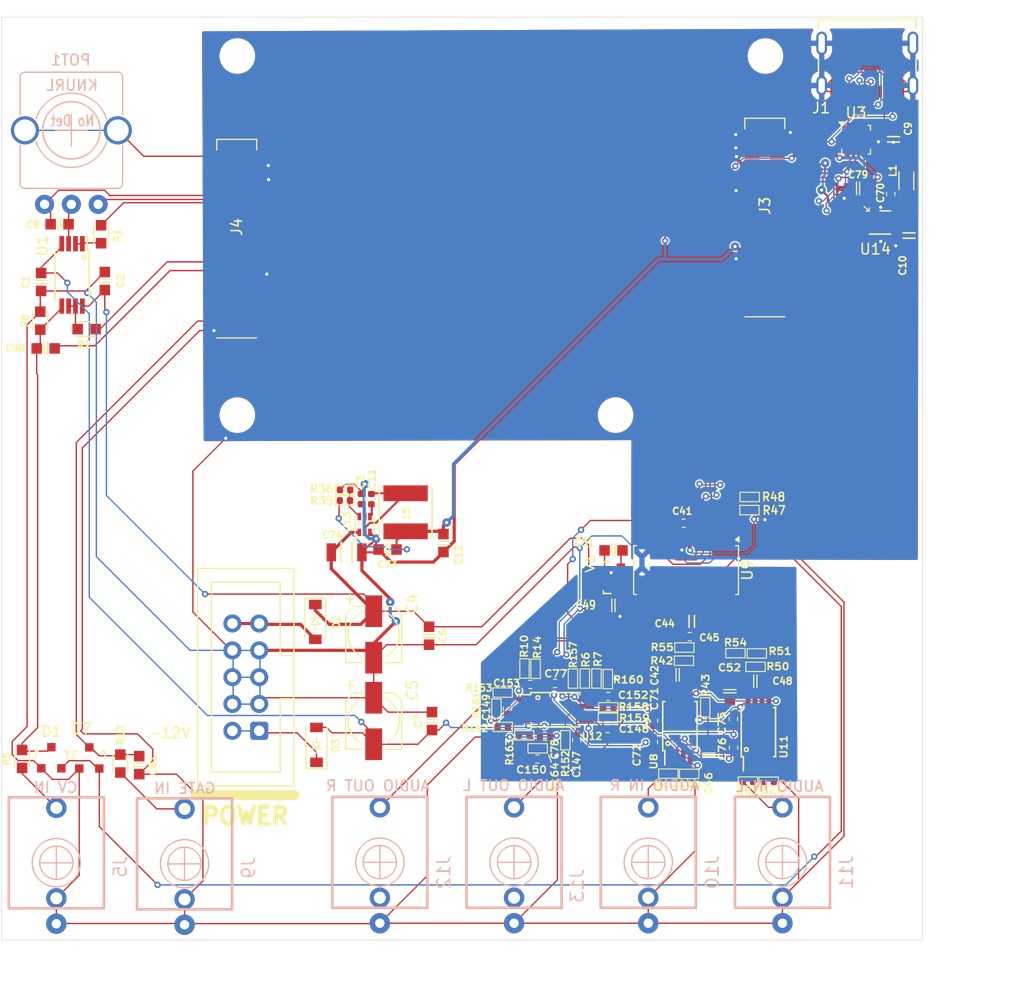
<source format=kicad_pcb>
(kicad_pcb (version 20241229) (generator "pcbnew") (generator_version "9.0")
  (layers (0 "F.Cu" signal) (2 "B.Cu" signal) (13 "F.Paste" user) (15 "B.Paste" user) (5 "F.SilkS" user "F.Silkscreen") (7 "B.SilkS" user "B.Silkscreen") (1 "F.Mask" user) (3 "B.Mask" user) (25 "Edge.Cuts" user))
  (net 0 "")
  (net 1 "+3V3")
  (net 2 "GND")
  (net 3 "+5V")
  (net 4 "GNDADC")
  (net 5 "VREF+")
  (net 6 "/SAI_MCLK")
  (net 7 "/SAI_SD_B")
  (net 8 "/SAI_FS")
  (net 9 "/SAI_SCK")
  (net 10 "/SAI_SD_A")
  (net 11 "+12V")
  (net 12 "/USB_VBUS_JACK")
  (net 13 "Net-(D1-AK)")
  (net 14 "Net-(D2-A)")
  (net 15 "Net-(D3-K)")
  (net 16 "Net-(J5-SIG)")
  (net 17 "Net-(J9-SIG)")
  (net 18 "Net-(U1A--)")
  (net 19 "Net-(U1B--)")
  (net 20 "/USB_HS_D-")
  (net 21 "/USB_HS_D+")
  (net 22 "GNDA")
  (net 23 "/VCOM")
  (net 24 "/CODEC_OUT_R+")
  (net 25 "+5VA")
  (net 26 "/AUDIO_OUT2")
  (net 27 "/AUDIO_OUT1")
  (net 28 "/AUDIO_IN2")
  (net 29 "/AUDIO_IN1")
  (net 30 "/CODEC_OUT_R-")
  (net 31 "/CODEC_OUT_L+")
  (net 32 "Net-(C153-Pad1)")
  (net 33 "Net-(U11A--)")
  (net 34 "/CODEC_OUT_L-")
  (net 35 "/CODEC_IN_R")
  (net 36 "/CODEC_IN_L")
  (net 38 "Net-(C153-Pad2)")
  (net 42 "Net-(C149-Pad1)")
  (net 43 "Net-(C147-Pad1)")
  (net 44 "Net-(C152-Pad1)")
  (net 45 "Net-(U8A--)")
  (net 46 "Net-(U8A-+)")
  (net 47 "Net-(U8B--)")
  (net 48 "Net-(C42-Pad1)")
  (net 49 "Net-(U12A--)")
  (net 50 "Net-(U12B--)")
  (net 51 "Net-(C46-Pad1)")
  (net 52 "Net-(C152-Pad2)")
  (net 53 "Net-(U12A-+)")
  (net 54 "Net-(C48-Pad1)")
  (net 55 "Net-(U11B--)")
  (net 56 "Net-(U11A-+)")
  (net 57 "Net-(U12B-+)")
  (net 58 "Net-(C52-Pad1)")
  (net 61 "Net-(POT1A-Center)")
  (net 62 "-12V")
  (net 63 "/USBSW_5V")
  (net 64 "/CC1")
  (net 65 "/CC2")
  (net 70 "/GATE1_IN")
  (net 71 "/KNOB1_ADC")
  (net 72 "/CV_JACK1_ADC")
  (net 73 "/USB_5V_ENABLE")
  (net 74 "/FUSB_INT")
  (net 75 "/I2C6_SDA")
  (net 76 "/I2C6_SCL")
  (net 77 "/CODEC_RESET")
  (net 78 "Net-(U13-EN)")
  (net 79 "Net-(U13-BST)")
  (net 80 "Net-(U13-SW)")
  (net 81 "Net-(U13-FB)")
  (net 137 "unconnected-(J4-Pin_67-Pad67)")
  (footprint "" (layer "F.Cu") (at 222.9366 112.8276)
    (property "Reference" "")
    (property "Value" "")
  )
  (footprint "4ms_Capacitor:C_0402" (layer "F.Cu") (at 222.2442 139.4726)
    (property "Reference" "C152")
    (property "Value" "820pF_0402_10v")
  )
  (footprint "4ms_Capacitor:C_0402" (layer "F.Cu") (at 212.6992 140.6276 -90)
    (property "Reference" "C149")
    (property "Value" "180pF_0402_25V")
  )
  (footprint "4ms_Package_SSOP:TSSOP-8_4.4x3mm_Pitch0.65mm" (layer "F.Cu") (at 217.2292 140.7176)
    (property "Reference" "U12")
    (property "Value" "TL072H")
  )
  (footprint "4ms_Capacitor:C_0603" (layer "F.Cu") (at 170.298313 94.752722 180)
    (property "Reference" "C8")
    (property "Value" "100nF_0603_16V")
  )
  (footprint "4ms_Capacitor:C_0603" (layer "F.Cu") (at 236.16864 138.021086)
    (property "Reference" "C48")
    (property "Value" "220pF_0603_25V")
  )
  (footprint "4ms_Capacitor:C_0805" (layer "F.Cu") (at 250.7192 95.8276 -90)
    (property "Reference" "C10")
    (property "Value" "10uF_0805_16V_lowESR")
  )
  (footprint "4ms_Resistor:R_0402" (layer "F.Cu") (at 237.4392 147.5376)
    (property "Reference" "R53")
    (property "Value" "1M_0402")
  )
  (footprint "4ms_Capacitor:C_0603" (layer "F.Cu") (at 228.817508 137.421077)
    (property "Reference" "C42")
    (property "Value" "220pF_0603_25V")
  )
  (footprint "" (layer "F.Cu") (at 187.1242 112.8276)
    (property "Reference" "")
    (property "Value" "")
  )
  (footprint "4ms_Resistor:R_0402" (layer "F.Cu") (at 231.42864 140.491077 -90)
    (property "Reference" "R43")
    (property "Value" "100k_0402")
  )
  (footprint "4ms_Capacitor:C_0402" (layer "F.Cu") (at 226.537508 141.771077 -90)
    (property "Reference" "C71")
    (property "Value" "100nF_0402_50V")
  )
  (footprint "4ms_Resistor:R_0603" (layer "F.Cu") (at 174.228313 95.702722 90)
    (property "Reference" "R1")
    (property "Value" "68Ω_0603")
  )
  (footprint "" (layer "F.Cu") (at 237.1242 78.8276)
    (property "Reference" "")
    (property "Value" "")
  )
  (footprint "4ms_Capacitor:C_0603" (layer "F.Cu") (at 206.6402 124.9416 90)
    (property "Reference" "C12")
    (property "Value" "22uF_0603_6.3V")
  )
  (footprint "4ms_Resistor:R_0402" (layer "F.Cu") (at 212.2592 142.3476 180)
    (property "Reference" "R162")
    (property "Value" "10k_0402")
  )
  (footprint "4ms_Inductor:COIL_5040" (layer "F.Cu") (at 203.0592 122.0276 -90)
    (property "Reference" "L5")
    (property "Value" "15uH_1A_5040")
  )
  (footprint "4ms_Capacitor:C_0402" (layer "F.Cu") (at 248.9892 91.8876 90)
    (property "Reference" "C70")
    (property "Value" "4.7uF_0402_6.3V")
  )
  (footprint "4ms_Resistor:R_0402" (layer "F.Cu") (at 222.2192 141.4926)
    (property "Reference" "R159")
    (property "Value" "10k_0402")
  )
  (footprint "4ms_Package_SOT:SOT23-3_PO132" (layer "F.Cu") (at 173.1092 145.2876)
    (property "Reference" "D7")
    (property "Value" "BAT54S")
  )
  (footprint "4ms_Package_SOT:SOT23-3_PO132" (layer "F.Cu") (at 169.5192 145.2676)
    (property "Reference" "D1")
    (property "Value" "BAT54S")
  )
  (footprint "4ms_Resistor:R_0402" (layer "F.Cu") (at 211.6592 140.6176 -90)
    (property "Reference" "R161")
    (property "Value" "24k_0402")
  )
  (footprint "4ms_Resistor:R_0402" (layer "F.Cu") (at 220.0292 137.7676 -90)
    (property "Reference" "R6")
    (property "Value" "10k_0402")
  )
  (footprint "4ms_Resistor:R_0603" (layer "F.Cu") (at 176.0492 145.8176 90)
    (property "Reference" "R13")
    (property "Value" "47k_0603")
  )
  (footprint "4ms_Resistor:R_0402" (layer "F.Cu") (at 221.1292 137.7676 -90)
    (property "Reference" "R7")
    (property "Value" "10k_0402")
  )
  (footprint "4ms_Resistor:R_0402" (layer "F.Cu") (at 235.4692 147.5276 180)
    (property "Reference" "R52")
    (property "Value" "1k_0402")
  )
  (footprint "4ms_Capacitor:C_0402" (layer "F.Cu") (at 198.8372 120.7726 90)
    (property "Reference" "C3")
    (property "Value" "100nF_0402_16V")
  )
  (footprint "4ms_Resistor:R_0402" (layer "F.Cu") (at 235.6392 120.5776)
    (property "Reference" "R48")
    (property "Value" "4.7k_0402")
  )
  (footprint "4ms_Capacitor:C_0603" (layer "F.Cu") (at 233.7592 138.9676 -90)
    (property "Reference" "C52")
    (property "Value" "2.2uF_0603_25V")
  )
  (footprint "4ms_Connector:USB_C_Receptacle_Molex_2171790001" (layer "F.Cu") (at 246.7692 78.7726 180)
    (property "Reference" "J1")
    (property "Value" "USB-C_Receptacle_Molex_2171790001")
  )
  (footprint "4ms_Capacitor:C_0603" (layer "F.Cu") (at 201.3502 125.5516)
    (property "Reference" "C73")
    (property "Value" "22uF_0603_6.3V")
  )
  (footprint "4ms_Capacitor:C_0402" (layer "F.Cu") (at 226.51864 143.781077 90)
    (property "Reference" "C72")
    (property "Value" "100nF_0402_50V")
  )
  (footprint "4ms_Resistor:R_0402" (layer "F.Cu") (at 222.2042 137.8176 -90)
    (property "Reference" "R160")
    (property "Value" "24k_0402")
  )
  (footprint "4ms_Capacitor:CP_Elec_5x5.3" (layer "F.Cu") (at 200.0392 141.7876 -90)
    (property "Reference" "C5")
    (property "Value" "47uF_5x5.3_16V")
  )
  (footprint "4ms_Capacitor:C_0402" (layer "F.Cu") (at 234.0992 141.596886 -90)
    (property "Reference" "C75")
    (property "Value" "100nF_0402_50V")
  )
  (footprint "4ms_Package_SOT:SOT-563" (layer "F.Cu") (at 199.1802 123.1796 90)
    (property "Reference" "U13")
    (property "Value" "AP6230xZ6")
  )
  (footprint "4ms_Resistor:R_0402" (layer "F.Cu") (at 197.3172 120.9126 180)
    (property "Reference" "R35")
    (property "Value" "52.3k_0402")
  )
  (footprint "4ms_Resistor:R_0402" (layer "F.Cu") (at 235.6092 121.8176)
    (property "Reference" "R47")
    (property "Value" "4.7k_0402")
  )
  (footprint "mp153-devboard:Connector-80socket-P0.4mm-W3.0mm" (layer "F.Cu") (at 237.0692 94.1226 180)
    (property "Reference" "J3")
    (property "Value" "Socket_02x40_P0.4mm_W3.0mm_SMT" (hide yes))
  )
  (footprint "4ms_Capacitor:C_0603" (layer "F.Cu") (at 205.5592 141.7976 90)
    (property "Reference" "C7")
    (property "Value" "100nF_0603_16V")
  )
  (footprint "4ms_Diode:D_SOD-123" (layer "F.Cu") (at 194.6192 144.0476 90)
    (property "Reference" "D3")
    (property "Value" "B140HW-7")
  )
  (footprint "4ms_Resistor:R_0402" (layer "F.Cu") (at 214.317528 136.8176 -90)
    (property "Reference" "R10")
    (property "Value" "10k_0402")
  )
  (footprint "4ms_Capacitor:C_0603" (layer "F.Cu") (at 222.7442 125.6376 180)
    (property "Reference" "C51")
    (property "Value" "10uF_0603_10V")
  )
  (footprint "4ms_Resistor:R_0402" (layer "F.Cu") (at 215.3692 136.8476 -90)
    (property "Reference" "R14")
    (property "Value" "10k_0402")
  )
  (footprint "4ms_Resistor:R_0603" (layer "F.Cu") (at 166.7492 145.3776 90)
    (property "Reference" "R5")
    (property "Value" "47k_0603")
  )
  (footprint "4ms_Capacitor:C_0402" (layer "F.Cu") (at 219.2592 143.6076 90)
    (property "Reference" "C147")
    (property "Value" "180pF_0402_25V")
  )
  (footprint "4ms_Capacitor:C_0603" (layer "F.Cu") (at 222.734848 130.844152)
    (property "Reference" "C49")
    (property "Value" "2.2uF_0603_25V")
  )
  (footprint "4ms_Resistor:R_0402" (layer "F.Cu") (at 236.30864 135.391086 180)
    (property "Reference" "R51")
    (property "Value" "100k_0402")
  )
  (footprint "4ms_Capacitor:C_0603" (layer "F.Cu") (at 177.8392 145.9676 -90)
    (property "Reference" "C81")
    (property "Value" "10nF_0603_25V")
  )
  (footprint "4ms_Capacitor:C_0805" (layer "F.Cu") (at 230.1492 132.3576)
    (property "Reference" "C44")
    (property "Value" "22uF_0805_25V")
  )
  (footprint "4ms_Resistor:R_0402" (layer "F.Cu") (at 215.5592 144.3776 180)
    (property "Reference" "R164")
    (property "Value" "24k_0402")
  )
  (footprint "4ms_Capacitor:C_0603" (layer "F.Cu") (at 231.77864 144.971077 -90)
    (property "Reference" "C46")
    (property "Value" "2.2uF_0603_25V")
  )
  (footprint "4ms_Resistor:R_0603" (layer "F.Cu") (at 172.858313 104.682722)
    (property "Reference" "R2")
    (property "Value" "68Ω_0603")
  )
  (footprint "4ms_Capacitor:C_0402" (layer "F.Cu") (at 215.5292 145.3926 180)
    (property "Reference" "C150")
    (property "Value" "180pF_0402_25V")
  )
  (footprint "4ms_Resistor:R_0603" (layer "F.Cu") (at 250.4692 90.6376 -90)
    (property "Reference" "L1")
    (property "Value" "FerriteBead_0603_0.8A_300mΩ")
  )
  (footprint "4ms_Capacitor:C_0805" (layer "F.Cu") (at 249.2592 86.7176 -90)
    (property "Reference" "C9")
    (property "Value" "10uF_0805_16V_lowESR")
  )
  (footprint "4ms_Capacitor:C_0603" (layer "F.Cu") (at 245.8992 91.3676)
    (property "Reference" "C79")
    (property "Value" "22uF_0603_6.3V")
  )
  (footprint "4ms_Resistor:R_0402" (layer "F.Cu") (at 197.3272 119.9026)
    (property "Reference" "R36")
    (property "Value" "10k_0402")
  )
  (footprint "4ms_Capacitor:C_0603" (layer "F.Cu") (at 168.548313 100.222722 -90)
    (property "Reference" "C1")
    (property "Value" "100nF_0603_16V")
  )
  (footprint "4ms_Resistor:R_0402" (layer "F.Cu") (at 218.9042 137.7676 -90)
    (property "Reference" "R157")
    (property "Value" "24k_0402")
  )
  (footprint "4ms_Capacitor:C_0402" (layer "F.Cu") (at 216.2592 143.2376)
    (property "Reference" "C78")
    (property "Value" "100nF_0402_50V")
  )
  (footprint "4ms_Capacitor:C_1206" (layer "F.Cu") (at 197.4702 125.81761 180)
    (property "Reference" "C74")
    (property "Value" "22uF_1206_25V")
  )
  (footprint "4ms_Capacitor:C_0402" (layer "F.Cu") (at 222.1942 142.4926 180)
    (property "Reference" "C148")
    (property "Value" "180pF_0402_25V")
  )
  (footprint "4ms_Package_QFP:DFN-6-1EP_2x2mm_P0.65mm_EP1x1.6mm" (layer "F.Cu") (at 247.9692 94.5876)
    (property "Reference" "U14")
    (property "Value" "AP2411SN")
  )
  (footprint "4ms_Capacitor:C_0603" (layer "F.Cu") (at 174.578313 100.132722 90)
    (property "Reference" "C2")
    (property "Value" "100nF_0603_16V")
  )
  (footprint "4ms_Capacitor:C_0402" (layer "F.Cu") (at 229.377266 123.062601 180)
    (property "Reference" "C41")
    (property "Value" "100nF_0402_16V")
  )
  (footprint "4ms_Diode:D_SOD-123" (layer "F.Cu") (at 194.5092 132.4076 -90)
    (property "Reference" "D2")
    (property "Value" "B140HW-7")
  )
  (footprint "4ms_Capacitor:C_0603" (layer "F.Cu") (at 205.2792 133.7176 -90)
    (property "Reference" "C6")
    (property "Value" "100nF_0603_16V")
  )
  (footprint "4ms_Capacitor:C_0402" (layer "F.Cu") (at 217.2092 138.2276 180)
    (property "Reference" "C77")
    (property "Value" "100nF_0402_50V")
  )
  (footprint "4ms_Resistor:R_0402" (layer "F.Cu") (at 229.411692 136.078168)
    (property "Reference" "R42")
    (property "Value" "14k_0402")
  )
  (footprint "4ms_Resistor:R_0402" (layer "F.Cu") (at 212.2492 139.0976)
    (property "Reference" "R153")
    (property "Value" "1k_0402")
  )
  (footprint "4ms_Package_SSOP:TSSOP-8_4.4x3mm_Pitch0.65mm" (layer "F.Cu") (at 229.02864 142.271077 90)
    (property "Reference" "U8")
    (property "Value" "TL072H")
  )
  (footprint "4ms_Capacitor:C_0603" (layer "F.Cu") (at 168.978313 106.512722)
    (property "Reference" "C98")
    (property "Value" "10nF_0603_25V")
  )
  (footprint "4ms_Resistor:R_0402" (layer "F.Cu") (at 229.44864 134.831077 180)
    (property "Reference" "R55")
    (property "Value" "1k_0402")
  )
  (footprint "mp153-devboard:Connector-80socket-P0.4mm-W3.0mm" (layer "F.Cu") (at 187.0692 96.1226 180)
    (property "Reference" "J4")
    (property "Value" "Socket_02x40_P0.4mm_W3.0mm_SMT" (hide yes))
  )
  (footprint "" (layer "F.Cu") (at 187.1242 78.8276)
    (property "Reference" "")
    (property "Value" "")
  )
  (footprint "4ms_Resistor:R_0402" (layer "F.Cu") (at 222.2542 140.4926)
    (property "Reference" "R158")
    (property "Value" "10k_0402")
  )
  (footprint "Package_SO:TSSOP-28_4.4x9.7mm_P0.65mm" (layer "F.Cu") (at 229.612266 127.4976 -90)
    (property "Reference" "U9")
    (property "Value" "PCM3060PW")
  )
  (footprint "4ms_Capacitor:C_0402" (layer "F.Cu") (at 199.8172 120.7826 -90)
    (property "Reference" "C11")
    (property "Value" "100nF_0402_16V")
  )
  (footprint "4ms_Resistor:R_0402" (layer "F.Cu") (at 236.18864 136.661086)
    (property "Reference" "R50")
    (property "Value" "14k_0402")
  )
  (footprint "4ms_Package_SSOP:TSSOP-8_4.4x3mm_Pitch0.65mm" (layer "F.Cu") (at 236.46364 142.841086 90)
    (property "Reference" "U11")
    (property "Value" "TL072H" (hide yes))
  )
  (footprint "4ms_Resistor:R_0603" (layer "F.Cu") (at 168.468313 103.882722 90)
    (property "Reference" "R8")
    (property "Value" "100k_0603")
  )
  (footprint "4ms_Resistor:R_0402" (layer "F.Cu") (at 227.93864 146.776077 180)
    (property "Reference" "R44")
    (property "Value" "1k_0402")
  )
  (footprint "4ms_Capacitor:C_0402" (layer "F.Cu") (at 214.8692 138.3276)
    (property "Reference" "C153")
    (property "Value" "820pF_0402_10v")
  )
  (footprint "4ms_Resistor:R_0402" (layer "F.Cu") (at 218.1842 143.6076 90)
    (property "Reference" "R152")
    (property "Value" "1k_0402")
  )
  (footprint "4ms_Capacitor:C_0402" (layer "F.Cu") (at 229.9542 133.7976)
    (property "Reference" "C45")
    (property "Value" "100nF_0402_16V")
  )
  (footprint "4ms_Package_SOT:SOT23-3_PO132" (layer "F.Cu") (at 222.4342 128.2176 90)
    (property "Reference" "V1")
    (property "Value" "AP2120N-5.0TRG1")
  )
  (footprint "4ms_Connector:Pins_2x05_2.54mm_TH_EurorackPower_Shrouded" (layer "F.Cu") (at 187.9292 137.6376)
    (property "Reference" "J2")
    (property "Value" "Eurorack_Power_10pin_Shrouded")
  )
  (footprint "4ms_Capacitor:CP_Elec_5x5.3" (layer "F.Cu") (at 200.0392 133.5976 -90)
    (property "Reference" "C4")
    (property "Value" "47uF_5x5.3_16V")
  )
  (footprint "4ms_Resistor:R_0402" (layer "F.Cu") (at 234.28864 135.361077)
    (property "Reference" "R54")
    (property "Value" "1k_0402")
  )
  (footprint "4ms_Capacitor:C_0402" (layer "F.Cu") (at 234.1092 144.306886 90)
    (property "Reference" "C76")
    (property "Value" "100nF_0402_50V")
  )
  (footprint "4ms_Resistor:R_0402" (layer "F.Cu") (at 214.2892 143.1476)
    (property "Reference" "R163")
    (property "Value" "10k_0402")
  )
  (footprint "4ms_Resistor:R_0402" (layer "F.Cu") (at 229.90364 146.796077)
    (property "Reference" "R49")
    (property "Value" "1M_0402")
  )
  (footprint "Package_DFN_QFN:WQFN-14-1EP_2.5x2.5mm_P0.5mm_EP1.45x1.45mm" (layer "F.Cu") (at 245.7092 86.7576)
    (property "Reference" "U3")
    (property "Value" "FUSB302BMPX")
  )
  (footprint "4ms_Package_SSOP:TSSOP-8_4.4x3mm_Pitch0.65mm" (layer "F.Cu") (at 171.478313 99.552722 -90)
    (property "Reference" "U1")
    (property "Value" "TL072H")
  )
  (footprint "4ms_Jack:EighthInch_PJ398SM" (layer "B.Cu") (at 182.1292 155.3176 -90)
    (property "Reference" "J9")
    (property "Value" "3.5mm_Mono_Switched_sm")
  )
  (footprint "NetTie:NetTie-2_SMD_Pad0.5mm" (layer "B.Cu") (at 225.4392 126.7676 90)
    (property "Reference" "NT1" (hide yes))
    (property "Value" "NetTie_2" (hide yes))
  )
  (footprint "4ms_Jack:EighthInch_PJ398SM" (layer "B.Cu") (at 200.6192 155.1676 -90)
    (property "Reference" "J12")
    (property "Value" "3.5mm_Mono_Switched_sm")
  )
  (footprint "4ms_Jack:EighthInch_PJ398SM" (layer "B.Cu") (at 213.325867 155.1676 -90)
    (property "Reference" "J13")
    (property "Value" "3.5mm_Mono_Switched_sm")
  )
  (footprint "4ms_Potentiometer:Pot_9mm_Knurl_NoDet" (layer "B.Cu") (at 171.41395 85.860879)
    (property "Reference" "POT1")
    (property "Value" "9mm_NoDet_100k_Knurled_Lined")
  )
  (footprint "4ms_Jack:EighthInch_PJ398SM" (layer "B.Cu") (at 238.7392 155.1676 -90)
    (property "Reference" "J11")
    (property "Value" "3.5mm_Mono_Switched_sm")
  )
  (footprint "4ms_Jack:EighthInch_PJ398SM" (layer "B.Cu") (at 226.032533 155.1676 -90)
    (property "Reference" "J10")
    (property "Value" "3.5mm_Mono_Switched_sm")
  )
  (footprint "4ms_Jack:EighthInch_PJ398SM" (layer "B.Cu") (at 169.9892 155.2176 -90)
    (property "Reference" "J5")
    (property "Value" "3.5mm_Mono_Switched_sm")
  )
  (gr_line (start 216.8592 145.6976) (end 216.5992 144.9976) (stroke (width 0.12)) (layer "F.SilkS"))
  (gr_rect (start 164.8092 75.1476) (end 252.0192 162.5276) (stroke (width 0.05)) (fill no) (layer "Edge.Cuts"))
  (gr_text "AUDIO OUT L" (at 218.1992 148.4776 0) (layer "B.SilkS") (effects (font (size 1 1)) (justify left bottom mirror)))
  (gr_text "AUDIO OUT R" (at 205.4392 148.5076 0) (layer "B.SilkS") (effects (font (size 1 1)) (justify left bottom mirror)))
  (gr_text "GATE IN" (at 185.1492 148.7476 0) (layer "B.SilkS") (effects (font (size 1 1)) (justify left bottom mirror)))
  (gr_text "AUDIO IN R" (at 230.9592 148.4776 0) (layer "B.SilkS") (effects (font (size 1 1)) (justify left bottom mirror)))
  (gr_text "AUDIO IN L" (at 242.7192 148.5576 0) (layer "B.SilkS") (effects (font (size 1 1)) (justify left bottom mirror)))
  (gr_text "CV IN" (at 172.0892 148.6676 0) (layer "B.SilkS") (effects (font (size 1 1)) (justify left bottom mirror)))
  (segment (start 236.9992 89.0826) (end 237.0392 89.1226) (width 0.127) (layer "F.Cu") (net 1))
  (segment (start 242.7892 88.9676) (end 242.6587 89.0981) (width 0.2032) (layer "F.Cu") (net 1))
  (segment (start 235.8742 88.7226) (end 236.9992 88.7226) (width 0.127) (layer "F.Cu") (net 1))
  (segment (start 229.937266 124.6351) (end 229.937266 125.555666) (width 0.127) (layer "F.Cu") (net 1))
  (segment (start 241.8892 154.6276) (end 241.7492 154.6276) (width 0.127) (layer "F.Cu") (net 1))
  (segment (start 243.0408 92.6292) (end 244.1492 93.7376) (width 0.2032) (layer "F.Cu") (net 1))
  (segment (start 229.937266 125.555666) (end 229.9992 125.6176) (width 0.127) (layer "F.Cu") (net 1))
  (segment (start 229.862266 124.5601) (end 229.937266 124.6351) (width 0.127) (layer "F.Cu") (net 1))
  (segment (start 173.1692 145.5476) (end 173.90996 146.28836) (width 0.127) (layer "F.Cu") (net 1))
  (segment (start 244.3092 130.9476) (end 244.3092 152.2076) (width 0.127) (layer "F.Cu") (net 1))
  (segment (start 236.0492 122.6876) (end 244.3092 130.9476) (width 0.127) (layer "F.Cu") (net 1))
  (segment (start 236.0492 122.679343) (end 236.0492 122.6876) (width 0.2032) (layer "F.Cu") (net 1))
  (segment (start 236.0492 122.6876) (end 236.0492 121.8626) (width 0.127) (layer "F.Cu") (net 1))
  (segment (start 244.3092 152.2076) (end 241.8892 154.6276) (width 0.127) (layer "F.Cu") (net 1))
  (segment (start 174.0592 151.7876) (end 179.6292 157.3576) (width 0.127) (layer "F.Cu") (net 1))
  (segment (start 238.2642 89.1226) (end 237.0392 89.1226) (width 0.127) (layer "F.Cu") (net 1))
  (segment (start 236.0492 121.8626) (end 236.0942 121.8176) (width 0.127) (layer "F.Cu") (net 1))
  (segment (start 236.9992 88.7226) (end 236.9992 89.0826) (width 0.127) (layer "F.Cu") (net 1))
  (segment (start 170.4692 146.26836) (end 171.18996 145.5476) (width 0.127) (layer "F.Cu") (net 1))
  (segment (start 236.9992 88.7226) (end 238.2642 88.7226) (width 0.127) (layer "F.Cu") (net 1))
  (segment (start 236.2942 121.6676) (end 236.1442 121.8176) (width 0.127) (layer "F.Cu") (net 1))
  (segment (start 244.1492 93.7376) (end 244.1492 114.579342) (width 0.2032) (layer "F.Cu") (net 1))
  (segment (start 244.1492 114.579342) (end 236.0492 122.679343) (width 0.2032) (layer "F.Cu") (net 1))
  (segment (start 242.4392 91.5176) (end 243.0408 92.1192) (width 0.2032) (layer "F.Cu") (net 1))
  (segment (start 229.862266 123.062601) (end 229.862266 124.5601) (width 0.127) (layer "F.Cu") (net 1))
  (segment (start 243.0408 92.1192) (end 243.0408 92.6292) (width 0.2032) (layer "F.Cu") (net 1))
  (segment (start 236.0942 120.6076) (end 236.1242 120.5776) (width 0.127) (layer "F.Cu") (net 1))
  (segment (start 242.6587 89.0981) (end 238.287935 89.0981) (width 0.2032) (layer "F.Cu") (net 1))
  (segment (start 236.0942 121.8176) (end 236.0942 120.6076) (width 0.127) (layer "F.Cu") (net 1))
  (segment (start 237.0392 89.1226) (end 235.8742 89.1226) (width 0.127) (layer "F.Cu") (net 1))
  (segment (start 171.18996 145.5476) (end 173.1692 145.5476) (width 0.127) (layer "F.Cu") (net 1))
  (segment (start 173.90996 146.28836) (end 174.0592 146.28836) (width 0.127) (layer "F.Cu") (net 1))
  (segment (start 236.1442 121.8176) (end 236.0942 121.8176) (width 0.127) (layer "F.Cu") (net 1))
  (segment (start 174.0592 146.28836) (end 174.0592 151.7876) (width 0.127) (layer "F.Cu") (net 1))
  (via (at 229.9992 125.6176) (size 0.6) (drill 0.3) (layers "F.Cu" "B.Cu") (net 1))
  (via (at 241.7492 154.6276) (size 0.6) (drill 0.3) (layers "F.Cu" "B.Cu") (net 1))
  (via (at 236.0492 122.6876) (size 0.6) (drill 0.3) (layers "F.Cu" "B.Cu") (net 1))
  (via (at 179.5792 157.3076) (size 0.6) (drill 0.3) (layers "F.Cu" "B.Cu") (net 1))
  (via (at 242.4392 91.5176) (size 0.8) (drill 0.3) (layers "F.Cu" "B.Cu") (net 1))
  (via (at 242.7892 88.9676) (size 0.8) (drill 0.3) (layers "F.Cu" "B.Cu") (net 1))
  (segment (start 242.7892 88.9676) (end 242.7692 88.9876) (width 0.2032) (layer "B.Cu") (net 1))
  (segment (start 235.3792 125.8976) (end 236.0492 125.2276) (width 0.127) (layer "B.Cu") (net 1))
  (segment (start 229.9992 125.7276) (end 230.1692 125.8976) (width 0.127) (layer "B.Cu") (net 1))
  (segment (start 242.5492 90.2876) (end 242.5492 91.4076) (width 0.2032) (layer "B.Cu") (net 1))
  (segment (start 230.1692 125.8976) (end 235.3792 125.8976) (width 0.127) (layer "B.Cu") (net 1))
  (segment (start 236.0492 125.2276) (end 236.0492 122.6876) (width 0.127) (layer "B.Cu") (net 1))
  (segment (start 241.7492 154.6276) (end 239.0692 157.3076) (width 0.127) (layer "B.Cu") (net 1))
  (segment (start 242.7692 90.0676) (end 242.5492 90.2876) (width 0.2032) (layer "B.Cu") (net 1))
  (segment (start 229.9992 125.6176) (end 229.9992 125.7276) (width 0.127) (layer "B.Cu") (net 1))
  (segment (start 239.0692 157.3076) (end 179.5792 157.3076) (width 0.127) (layer "B.Cu") (net 1))
  (segment (start 242.5492 91.4076) (end 242.4392 91.5176) (width 0.2032) (layer "B.Cu") (net 1))
  (segment (start 242.7692 88.9876) (end 242.7692 90.0676) (width 0.2032) (layer "B.Cu") (net 1))
  (segment (start 237.0792 123.0476) (end 244.5632 130.5316) (width 0.127) (layer "F.Cu") (net 2))
  (segment (start 207.6592 117.4676) (end 207.6592 124.7726) (width 0.3) (layer "F.Cu") (net 2))
  (segment (start 182.2392 160.9734) (end 200.5792 160.9734) (width 0.127) (layer "F.Cu") (net 2))
  (segment (start 230.405618 95.122722) (end 228.45024 97.0781) (width 0.3) (layer "F.Cu") (net 2))
  (segment (start 220.3792 143.9876) (end 220.3792 142.4876) (width 0.127) (layer "F.Cu") (net 2))
  (segment (start 244.9692 91.3676) (end 245.0492 91.3676) (width 0.3) (layer "F.Cu") (net 2))
  (segment (start 178.261287 88.316022) (end 175.807987 85.862722) (width 0.127) (layer "F.Cu") (net 2))
  (segment (start 235.956176 142.92527) (end 235.005816 142.92527) (width 0.127) (layer "F.Cu") (net 2))
  (segment (start 199.2102 119.3616) (end 199.2102 119.7096) (width 0.127) (layer "F.Cu") (net 2))
  (segment (start 248.8142 92.3726) (end 248.0392 93.1476) (width 0.3) (layer "F.Cu") (net 2))
  (segment (start 200.0392 135.7976) (end 200.0392 134.4476) (width 0.3) (layer "F.Cu") (net 2))
  (segment (start 183.8692 156.9304) (end 182.1292 158.6704) (width 0.127) (layer "F.Cu") (net 2))
  (segment (start 171.12958 147.31798) (end 172.1592 146.28836) (width 0.127) (layer "F.Cu") (net 2))
  (segment (start 198.9202 125.81761) (end 198.9202 127.5386) (width 0.3) (layer "F.Cu") (net 2))
  (segment (start 168.468313 101.152722) (end 168.548313 101.072722) (width 0.127) (layer "F.Cu") (net 2))
  (segment (start 172.4492 142.5676) (end 172.4492 115.9376) (width 0.127) (layer "F.Cu") (net 2))
  (segment (start 240.2692 149.098563) (end 240.2692 156.9904) (width 0.127) (layer "F.Cu") (net 2))
  (segment (start 196.8422 119.9026) (end 197.3537 119.3911) (width 0.127) (layer "F.Cu") (net 2))
  (segment (start 237.9242 147.5376) (end 237.9242 144.893294) (width 0.127) (layer "F.Cu") (net 2))
  (segment (start 217.4292 156.830067) (end 217.4292 146.9376) (width 0.127) (layer "F.Cu") (net 2))
  (segment (start 179.1192 144.4476) (end 177.6792 143.0076) (width 0.127) (layer "F.Cu") (net 2))
  (segment (start 237.0692 94.722722) (end 237.0692 95.821835) (width 0.2032) (layer "F.Cu") (net 2))
  (segment (start 234.0992 142.081886) (end 234.0992 143.051077) (width 0.127) (layer "F.Cu") (net 2))
  (segment (start 251.0892 77.6226) (end 251.0892 81.6226) (width 0.127) (layer "F.Cu") (net 2))
  (segment (start 205.1192 147.8376) (end 209.6492 143.3076) (width 0.127) (layer "F.Cu") (net 2))
  (segment (start 168.468313 103.032722) (end 168.468313 101.152722) (width 0.127) (layer "F.Cu") (net 2))
  (segment (start 183.5592 104.8276) (end 184.9092 104.8276) (width 0.127) (layer "F.Cu") (net 2))
  (segment (start 235.873313 88.322722) (end 234.398313 88.322722) (width 0.127) (layer "F.Cu") (net 2))
  (segment (start 209.6492 143.3076) (end 212.9192 143.3076) (width 0.127) (layer "F.Cu") (net 2))
  (segment (start 217.4292 146.9376) (end 220.3792 143.9876) (width 0.127) (layer "F.Cu") (net 2))
  (segment (start 238.7692 136.56314) (end 238.57014 136.36408) (width 0.127) (layer "F.Cu") (net 2))
  (segment (start 238.7392 160.9334) (end 200.6192 160.9334) (width 0.127) (layer "F.Cu") (net 2))
  (segment (start 199.6802 123.9416) (end 200.2702 124.5316) (width 0.2) (layer "F.Cu") (net 2))
  (segment (start 218.9792 125.3176) (end 219.4592 125.3176) (width 0.127) (layer "F.Cu") (net 2))
  (segment (start 182.9192 118.1276) (end 186.0292 115.0176) (width 0.127) (layer "F.Cu") (net 2))
  (segment (start 238.57014 135.580043) (end 234.577697 131.5876) (width 0.127) (layer "F.Cu") (net 2))
  (segment (start 198.8372 120.0826) (end 198.8372 120.2876) (width 0.127) (layer "F.Cu") (net 2))
  (segment (start 172.4492 115.9376) (end 183.5592 104.8276) (width 0.127) (layer "F.Cu") (net 2))
  (segment (start 201.2692 134.5676) (end 200.0392 135.7976) (width 0.127) (layer "F.Cu") (net 2))
  (segment (start 205.2792 134.5676) (end 201.2692 134.5676) (width 0.127) (layer "F.Cu") (net 2))
  (segment (start 230.6992 145.9976) (end 230.6992 146.030517) (width 0.127) (layer "F.Cu") (net 2))
  (segment (start 226.51864 143.296077) (end 226.51864 142.711077) (width 0.127) (layer "F.Cu") (net 2))
  (segment (start 205.2792 134.5676) (end 209.7292 134.5676) (width 0.127) (layer "F.Cu") (net 2))
  (segment (start 250.6892 81.6226) (end 249.0242 79.9576) (width 0.127) (layer "F.Cu") (net 2))
  (segment (start 165.8092 144.9706) (end 166.3747 145.5361) (width 0.127) (layer "F.Cu") (net 2))
  (segment (start 200.5002 125.5516) (end 201.6862 126.7376) (width 0.3) (layer "F.Cu") (net 2))
  (segment (start 238.7692 144.048294) (end 238.7692 136.56314) (width 0.127) (layer "F.Cu") (net 2))
  (segment (start 246.9717 86.7576) (end 245.7092 86.7576) (width 0.127) (layer "F.Cu") (net 2))
  (segment (start 188.263313 88.316022) (end 188.263313 88.716022) (width 0.127) (layer "F.Cu") (net 2))
  (segment (start 246.9717 86.7576) (end 247.6417 86.7576) (width 0.127) (layer "F.Cu") (net 2))
  (segment (start 216.7242 138.2276) (end 216.7242 138.9526) (width 0.127) (layer "F.Cu") (net 2))
  (segment (start 172.1592 146.28836) (end 172.1592 156.4004) (width 0.127) (layer "F.Cu") (net 2))
  (segment (start 243.5692 82.1976) (end 243.0242 82.1976) (width 0.127) (layer "F.Cu") (net 2))
  (segment (start 172.788313 101.132722) (end 172.908313 101.252722) (width 0.127) (layer "F.Cu") (net 2))
  (segment (start 216.7242 135.9526) (end 217.4092 135.2676) (width 0.127) (layer "F.Cu") (net 2))
  (segment (start 243.0242 82.1976) (end 242.4492 81.6226) (width 0.127) (layer "F.Cu") (net 2))
  (segment (start 234.398313 88.322722) (end 234.378313 88.342722) (width 0.127) (layer "F.Cu") (net 2))
  (segment (start 230.38864 146.341077) (end 230.38864 146.796077) (width 0.127) (layer "F.Cu") (net 2))
  (segment (start 250.5142 82.1976) (end 251.0892 81.6226) (width 0.127) (layer "F.Cu") (net 2))
  (segment (start 235.873313 91.522722) (end 234.388313 91.522722) (width 0.127) (layer "F.Cu") (net 2))
  (segment (start 205.6942 126.7376) (end 206.6402 125.7916) (width 0.3) (layer "F.Cu") (net 2))
  (segment (start 216.7242 138.2276) (end 216.7242 135.9526) (width 0.127) (layer "F.Cu") (net 2))
  (segment (start 235.005816 142.92527) (end 234.1092 143.821886) (width 0.127) (layer "F.Cu") (net 2))
  (segment (start 172.1592 156.4004) (end 169.9892 158.5704) (width 0.127) (layer "F.Cu") (net 2))
  (segment (start 169.61882 147.31798) (end 171.12958 147.31798) (width 0.127) (layer "F.Cu") (net 2))
  (segment (start 226.51864 142.711077) (end 226.51864 142.274945) (width 0.127) (layer "F.Cu") (net 2))
  (segment (start 235.8742 86.3226) (end 238.2642 86.3226) (width 0.127) (layer "F.Cu") (net 2))
  (segment (start 238.2642 87.5226) (end 235.8742 87.5226) (width 0.127) (layer "F.Cu") (net 2))
  (segment (start 186.6592 135.0976) (end 186.5392 135.0976) (width 0.127) (layer "F.Cu") (net 2))
  (segment (start 198.9202 127.5386) (end 198.9792 127.5976) (width 0.3) (layer "F.Cu") (net 2))
  (segment (start 168.5692 146.26836) (end 169.61882 147.31798) (width 0.127) (layer "F.Cu") (net 2))
  (segment (start 235.8442 95.5126) (end 238.2342 95.5126) (width 0.127) (layer "F.Cu") (net 2))
  (segment (start 229.287266 124.6351) (end 229.287266 123.457601) (width 0.127) (layer "F.Cu") (net 2))
  (segment (start 249.9692 82.1976) (end 250.5142 82.1976) (width 0.127) (layer "F.Cu") (net 2))
  (segment (start 200.0392 139.5876) (end 189.8692 139.5876) (width 0.127) (layer "F.Cu") (net 2))
  (segment (start 249.2592 87.0176) (end 249.2392 86.9976) (width 0.3) (layer "F.Cu") (net 2))
  (segment (start 234.448313 97.922722) (end 234.348313 98.022722) (width 0.127) (layer "F.Cu") (net 2))
  (segment (start 234.275332 126.3976) (end 233.187266 127.485666) (width 0.127) (layer "F.Cu") (net 2))
  (segment (start 238.2642 88.3226) (end 235.8742 88.3226) (width 0.127) (layer "F.Cu") (net 2))
  (segment (start 169.9892 160.9834) (end 170.0122 160.9604) (width 0.127) (layer "F.Cu") (net 2))
  (segment (start 172.5892 143.0076) (end 172.2992 142.7176) (width 0.127) (layer "F.Cu") (net 2))
  (segment (start 209.7292 134.5676) (end 218.9792 125.3176) (width 0.127) (layer "F.Cu") (net 2))
  (segment (start 237.99476 146.824123) (end 240.2692 149.098563) (width 0.127) (layer "F.Cu") (net 2))
  (segment (start 200.2702 124.5316) (end 199.74419 125.05761) (width 0.2) (layer "F.Cu") (net 2))
  (segment (start 205.5592 140.9476) (end 201.3992 140.9476) (width 0.127) (layer "F.Cu") (net 2))
  (segment (start 235.873313 97.922722) (end 234.448313 97.922722) (width 0.127) (layer "F.Cu") (net 2))
  (segment (start 219.4592 125.3176) (end 219.5492 125.4076) (width 0.127) (layer "F.Cu") (net 2))
  (segment (start 234.5992 126.3976) (end 234.275332 126.3976) (width 0.127) (layer "F.Cu") (net 2))
  (segment (start 233.187266 130.3601) (end 233.837266 130.3601) (width 0.127) (layer "F.Cu") (net 2))
  (segment (start 188.263313 99.516022) (end 189.880778 99.516022) (width 0.127) (layer "F.Cu") (net 2))
  (segment (start 234.368313 86.322722) (end 234.308313 86.262722) (width 0.127) (layer "F.Cu") (net 2))
  (segment (start 217.2892 143.2376) (end 217.3492 143.1776) (width 0.127) (layer "F.Cu") (net 2))
  (segment (start 198.8372 119.992601) (end 198.8372 120.2876) (width 0.127) (layer "F.Cu") (net 2))
  (segment (start 200.2292 135.4876) (end 199.8392 135.0976) (width 0.3) (layer "F.Cu") (net 2))
  (segment (start 235.873313 87.522722) (end 234.338313 87.522722) (width 0.127) (layer "F.Cu") (net 2))
  (segment (start 233.187266 127.485666) (end 233.187266 130.3601) (width 0.127) (layer "F.Cu") (net 2))
  (segment (start 237.9242 144.893294) (end 238.7692 144.048294) (width 0.127) (layer "F.Cu") (net 2))
  (segment (start 200.23419 125.81761) (end 200.5002 125.5516) (width 0.2) (layer "F.Cu") (net 2))
  (segment (start 228.0487 97.0781) (end 207.6592 117.4676) (width 0.3) (layer "F.Cu") (net 2))
  (segment (start 177.6792 143.0076) (end 172.5892 143.0076) (width 0.127) (layer "F.Cu") (net 2))
  (segment (start 234.365332 131.5876) (end 233.837266 131.059534) (width 0.127) (layer "F.Cu") (net 2))
  (segment (start 249.2592 87.6676) (end 249.2592 87.0176) (width 0.3) (layer "F.Cu") (net 2))
  (segment (start 199.74419 125.05761) (end 199.6802 125.05761) (width 0.2) (layer "F.Cu") (net 2))
  (segment (start 229.287266 123.457601) (end 228.892266 123.062601) (width 0.127) (layer "F.Cu") (net 2))
  (segment (start 177.8392 146.8176) (end 179.1192 145.5376) (width 0.127) (layer "F.Cu") (net 2))
  (segment (start 169.9892 158.5704) (end 169.9892 160.9834) (width 0.127) (layer "F.Cu") (net 2))
  (segment (start 170.0122 160.9604) (end 182.0062 160.9604) (width 0.127) (layer "F.Cu") (net 2))
  (segment (start 229.287266 124.6351) (end 229.287266 125.529534) (width 0.127) (layer "F.Cu") (net 2))
  (segment (start 205.1192 156.4334) (end 205.1192 147.8376) (width 0.127) (layer "F.Cu") (net 2))
  (segment (start 188.263313 88.716022) (end 189.577622 88.716022) (width 0.127) (layer "F.Cu") (net 2))
  (segment (start 249.0242 79.9576) (end 244.5142 79.9576) (width 0.127) (layer "F.Cu") (net 2))
  (segment (start 185.873313 88.716022) (end 185.873313 88.316022) (width 0.127) (layer "F.Cu") (net 2))
  (segment (start 183.8692 149.3276) (end 183.8692 156.9304) (width 0.127) (layer "F.Cu") (net 2))
  (segment (start 226.537508 142.256077) (end 226.279031 141.9976) (width 0.127) (layer "F.Cu") (net 2))
  (segment (start 249.4892 96.7776) (end 249.4692 96.7976) (width 0.3) (layer "F.Cu") (net 2))
  (segment (start 246.9192 94.5876) (end 247.9692 94.5876) (width 0.3) (layer "F.Cu") (net 2))
  (segment (start 243.5092 82.2576) (end 243.5692 82.1976) (width 0.127) (layer "F.Cu") (net 2))
  (segment (start 200.0392 134.4476) (end 202.1392 132.3476) (width 0.3) (layer "F.Cu") (net 2))
  (segment (start 199.2102 119.7096) (end 198.8372 120.0826) (width 0.127) (layer "F.Cu") (net 2))
  (segment (start 237.0692 95.122722) (end 230.405618 95.122722) (width 0.3) (layer "F.Cu") (net 2))
  (segment (start 234.1092 143.061077) (end 234.1092 143.821886) (width 0.127) (layer "F.Cu") (net 2))
  (segment (start 182.1292 158.6704) (end 182.1292 161.0834) (width 0.127) (layer "F.Cu") (net 2))
  (segment (start 182.1292 161.0834) (end 182.2392 160.9734) (width 0.127) (layer "F.Cu") (net 2))
  (segment (start 234.0992 143.051077) (end 234.1092 143.061077) (width 0.127) (layer "F.Cu") (net 2))
  (segment (start 200.6192 160.9334) (end 205.1192 156.4334) (width 0.127) (layer "F.Cu") (net 2))
  (segment (start 172.788313 101.072722) (end 172.788313 101.132722) (width 0.127) (layer "F.Cu") (net 2))
  (segment (start 228.45024 97.0781) (end 228.0487 97.0781) (width 0.3) (layer "F.Cu") (net 2))
  (segment (start 199.6802 125.05761) (end 198.9202 125.81761) (width 0.2) (layer "F.Cu") (net 2))
  (segment (start 248.0392 94.5176) (end 247.9692 94.5876) (width 0.3) (layer "F.Cu") (net 2))
  (segment (start 235.8392 95.9276) (end 238.2292 95.9276) (width 0.127) (layer "F.Cu") (net 2))
  (segment (start 238.2642 97.9226) (end 235.8742 97.9226) (width 0.127) (layer "F.Cu") (net 2))
  (segment (start 179.1192 145.5376) (end 179.1192 144.4476) (width 0.127) (layer "F.Cu") (net 2))
  (segment (start 199.6802 123.9296) (end 199.6802 123.9416) (width 0.2) (layer "F.Cu") (net 2))
  (segment (start 189.8692 139.5876) (end 189.2692 140.1876) (width 0.127) (layer "F.Cu") (net 2))
  (segment (start 168.468313 103.032722) (end 167.2192 104.281835) (width 0.127) (layer "F.Cu") (net 2))
  (segment (start 237.0792 122.7276) (end 237.0792 123.0476) (width 0.127) (layer "F.Cu") (net 2))
  (segment (start 201.3992 140.9476) (end 200.0392 139.5876) (width 0.127) (layer "F.Cu") (net 2))
  (segment (start 248.0392 93.1476) (end 248.0392 94.5176) (width 0.3) (layer "F.Cu") (net 2))
  (segment (start 168.548313 101.072722) (end 172.788313 101.072722) (width 0.127) (layer "F.Cu") (net 2))
  (segment (start 246.9717 87.2576) (end 246.9717 86.7576) (width 0.127) (layer "F.Cu") (net 2))
  (segment (start 235.8392 94.7226) (end 238.2292 94.7226) (width 0.127) (layer "F.Cu") (net 2))
  (segment (start 238.263313 86.322722) (end 239.234078 86.322722) (width 0.127) (layer "F.Cu") (net 2))
  (segment (start 200.5792 160.9734) (end 200.6192 160.9334) (width 0.127) (layer "F.Cu") (net 2))
  (segment (start 177.8392 146.8176) (end 181.3592 146.8176) (width 0.127) (layer "F.Cu") (net 2))
  (segment (start 242.8492 81.6226) (end 242.4492 81.6226) (width 0.127) (layer "F.Cu") (net 2))
  (segment (start 234.577697 131.5876) (end 234.365332 131.5876) (width 0.127) (layer "F.Cu") (net 2))
  (segment (start 240.2692 156.9904) (end 238.7392 158.5204) (width 0.127) (layer "F.Cu") (net 2))
  (segment (start 242.4492 77.6226) (end 242.4492 81.6226) (width 0.127) (layer "F.Cu") (net 2))
  (segment (start 230.6992 146.030517) (end 230.38864 146.341077) (width 0.127) (layer "F.Cu") (net 2))
  (segment (start 198.235699 119.3911) (end 198.8372 119.992601) (width 0.127) (layer "F.Cu") (net 2))
  (segment (start 216.7442 143.2376) (end 217.2892 143.2376) (width 0.127) (layer "F.Cu") (net 2))
  (segment (start 167.2192 142.3176) (end 165.8092 143.7276) (width 0.127) (layer "F.Cu") (net 2))
  (segment (start 251.0892 81.6226) (end 250.6892 81.6226) (width 0.127) (layer "F.Cu") (net 2))
  (segment (start 237.9242 144.893294) (end 235.956176 142.92527) (width 0.127) (layer "F.Cu") (net 2))
  (segment (start 216.7442 143.2376) (end 216.7442 139.7026) (width 0.127) (layer "F.Cu") (net 2))
  (segment (start 244.5892 91.7476) (end 244.9692 91.3676) (width 0.3) (layer "F.Cu") (net 2))
  (segment (start 226.032533 160.9334) (end 226.032533 158.5204) (width 0.127) (layer "F.Cu") (net 2))
  (segment (start 234.388313 91.522722) (end 234.348313 91.562722) (width 0.127) (layer "F.Cu") (net 2))
  (segment (start 230.4592 154.093733) (end 230.4592 146.0826) (width 0.127) (layer "F.Cu") (net 2))
  (segment (start 185.873313 88.316022) (end 178.261287 88.316022) (width 0.127) (layer "F.Cu") (net 2))
  (segment (start 188.2642 99.5226) (end 185.8742 99.5226) (width 0.127) (layer "F.Cu") (net 2))
  (segment (start 226.032533 158.5204) (end 230.4592 154.093733) (width 0.127) (layer "F.Cu") (net 2))
  (segment (start 189.880778 99.516022) (end 189.9192 99.4776) (width 0.127) (layer "F.Cu") (net 2))
  (segment (start 199.8392 135.0976) (end 189.1992 135.0976) (width 0.3) (layer "F.Cu") (net 2))
  (segment (start 167.83694 145.5361) (end 168.5692 146.26836) (width 0.127) (layer "F.Cu") (net 2))
  (segment (start 198.9202 125.81761) (end 200.23419 125.81761) (width 0.2) (layer "F.Cu") (net 2))
  (segment (start 165.8092 143.7276) (end 165.8092 144.9706) (width 0.127) (layer "F.Cu") (net 2))
  (segment (start 207.6592 124.7726) (end 206.6402 125.7916) (width 0.3) (layer "F.Cu") (net 2))
  (segment (start 244.5142 79.9576) (end 242.8492 81.6226) (width 0.127) (layer "F.Cu") (net 2))
  (segment (start 201.6862 126.7376) (end 205.6942 126.7376) (width 0.3) (layer "F.Cu") (net 2))
  (segment (start 250.7192 96.7776) (end 249.4892 96.7776) (width 0.3) (layer "F.Cu") (net 2))
  (segment (start 200.2702 125.3216) (end 200.5002 125.5516) (width 0.2) (layer "F.Cu") (net 2))
  (segment (start 229.287266 125.529534) (end 229.2192 125.5976) (width 0.127) (layer "F.Cu") (net 2))
  (segment (start 234.338313 87.522722) (end 234.328313 87.512722) (width 0.127) (layer "F.Cu") (net 2))
  (segment (start 248.9892 92.3726) (end 248.8142 92.3726) (width 0.3) (layer "F.Cu") (net 2))
  (segment (start 200.0392 135.7976) (end 200.0392 139.5876) (width 0.127) (layer "F.Cu") (net 2))
  (segment (start 244.5632 152.6964) (end 238.7392 158.5204) (width 0.127) (layer "F.Cu") (net 2))
  (segment (start 238.7392 158.5204) (end 238.7392 160.9334) (width 0.127) (layer "F.Cu") (net 2))
  (segment (start 235.873313 86.322722) (end 234.368313 86.322722) (width 0.127) (layer "F.Cu") (net 2))
  (segment (start 167.2192 104.281835) (end 167.2192 142.3176) (width 0.127) (layer "F.Cu") (net 2))
  (segment (start 235.9142 91.5426) (end 238.3042 91.5426) (width 0.127) (layer "F.Cu") (net 2))
  (segment (start 233.837266 131.059534) (end 233.837266 130.3601) (width 0.127) (layer "F.Cu") (net 2))
  (segment (start 172.2992 142.7176) (end 172.4492 142.5676) (width 0.127) (layer "F.Cu") (net 2))
  (segment (start 181.3592 146.8176) (end 183.8692 149.3276) (width 0.127) (layer "F.Cu") (net 2))
  (segment (start 200.2702 124.5316) (end 200.2702 125.3216) (width 0.2) (layer "F.Cu") (net 2))
  (segment (start 166.3747 145.5361) (end 167.83694 145.5361) (width 0.127) (layer "F.Cu") (net 2))
  (segment (start 186.5392 135.0976) (end 182.9192 131.4776) (width 0.127) (layer "F.Cu") (net 2))
  (segment (start 247.6417 86.7576) (end 247.8292 86.9451) (width 0.127) (layer "F.Cu") (net 2))
  (segment (start 172.788313 101.072722) (end 174.578313 99.282722) (width 0.127) (layer "F.Cu") (net 2))
  (segment (start 244.5632 130.5316) (end 244.5632 152.6964) (width 0.127) (layer "F.Cu") (net 2))
  (segment (start 226.279031 141.9976) (end 225.8992 141.9976) (width 0.127) (layer "F.Cu") (net 2))
  (segment (start 216.7242 138.9526) (end 217.1092 139.3376) (width 0.127) (layer "F.Cu") (net 2))
  (segment (start 182.0062 160.9604) (end 182.1292 161.0834) (width 0.127) (layer "F.Cu") (net 2))
  (segment (start 244.5892 92.2976) (end 244.5892 91.7476) (width 0.3) (layer "F.Cu") (net 2))
  (segment (start 216.7442 139.7026) (end 217.1092 139.3376) (width 0.127) (layer "F.Cu") (net 2))
  (segment (start 189.577622 88.716022) (end 190.0592 89.1976) (width 0.127) (layer "F.Cu") (net 2))
  (segment (start 213.325867 160.9334) (end 217.4292 156.830067) (width 0.127) (layer "F.Cu") (net 2))
  (segment (start 201.5992 130.2176) (end 201.5992 130.5276) (width 0.3) (layer "F.Cu") (net 2))
  (segment (start 182.9192 131.4776) (end 182.9192 118.1276) (width 0.127) (layer "F.Cu") (net 2))
  (segment (start 237.0692 95.821835) (end 237.018313 95.872722) (width 0.2032) (layer "F.Cu") (net 2))
  (segment (start 235.8342 95.1376) (end 238.2242 95.1376) (width 0.127) (layer "F.Cu") (net 2))
  (segment (start 198.9792 127.5976) (end 201.5992 130.2176) (width 0.3) (layer "F.Cu") (net 2))
  (segment (start 238.57014 136.36408) (end 238.57014 135.580043) (width 0.127) (layer "F.Cu") (net 2))
  (segment (start 197.3537 119.3911) (end 198.235699 119.3911) (width 0.127) (layer "F.Cu") (net 2))
  (segment (start 239.234078 86.322722) (end 239.4892 86.0676) (width 0.127) (layer "F.Cu") (net 2))
  (via (at 249.4692 96.7976) (size 0.6) (drill 0.3) (layers "F.Cu" "B.Cu") (net 2))
  (via (at 201.5992 130.5276) (size 0.8) (drill 0.3) (layers "F.Cu" "B.Cu") (net 2))
  (via (at 247.8292 86.9451) (size 0.6) (drill 0.3) (layers "F.Cu" "B.Cu") (net 2))
  (via (at 190.0592 89.1976) (size 0.6) (drill 0.3) (layers "F.Cu" "B.Cu") (net 2))
  (via (at 244.5892 92.2976) (size 0.6) (drill 0.3) (layers "F.Cu" "B.Cu") (net 2))
  (via (at 234.1092 143.061077) (size 0.6) (drill 0.3) (layers "F.Cu" "B.Cu") (net 2))
  (via (at 234.5992 126.3976) (size 0.6) (drill 0.3) (layers "F.Cu" "B.Cu") (net 2))
  (via (at 234.348313 98.022722) (size 0.6) (drill 0.3) (layers "F.Cu" "B.Cu") (net 2))
  (via (at 217.4092 135.2676) (size 0.6) (drill 0.3) (layers "F.Cu" "B.Cu") (net 2))
  (via (at 234.378313 88.342722) (size 0.6) (drill 0.3) (layers "F.Cu" "B.Cu") (net 2))
  (via (at 200.2702 124.5316) (size 0.8) (drill 0.3) (layers "F.Cu" "B.Cu") (net 2))
  (via (at 189.9192 99.4776) (size 0.6) (drill 0.3) (layers "F.Cu" "B.Cu") (net 2))
  (via (at 237.0792 122.7276) (size 0.6) (drill 0.3) (layers "F.Cu" "B.Cu") (net 2))
  (via (at 172.908313 101.252722) (size 0.6) (drill 0.3) (layers "F.Cu" "B.Cu") (net 2))
  (via (at 202.1392 132.3476) (size 0.8) (drill 0.3) (layers "F.Cu" "B.Cu") (net 2))
  (via (at 239.4892 86.0676) (size 0.6) (drill 0.3) (layers "F.Cu" "B.Cu") (net 2))
  (via (at 248.0392 96.3776) (size 0.6) (drill 0.3) (layers "F.Cu" "B.Cu") (net 2))
  (via (at 248.0392 93.1476) (size 0.6) (drill 0.3) (layers "F.Cu" "B.Cu") (net 2))
  (via (at 234.308313 86.262722) (size 0.6) (drill 0.3) (layers "F.Cu" "B.Cu") (net 2))
  (via (at 249.2392 86.9976) (size 0.6) (drill 0.3) (layers "F.Cu" "B.Cu") (net 2))
  (via (at 219.5492 125.4076) (size 0.6) (drill 0.3) (layers "F.Cu" "B.Cu") (net 2))
  (via (at 184.9092 104.8276) (size 0.6) (drill 0.3) (layers "F.Cu" "B.Cu") (net 2))
  (via (at 229.2192 125.5976) (size 0.6) (drill 0.3) (layers "F.Cu" "B.Cu") (net 2))
  (via (at 217.1092 139.3376) (size 0.6) (drill 0.3) (layers "F.Cu" "B.Cu") (net 2))
  (via (at 186.0292 115.0176) (size 0.6) (drill 0.3) (layers "F.Cu" "B.Cu") (net 2))
  (via (at 234.348313 91.562722) (size 0.6) (drill 0.3) (layers "F.Cu" "B.Cu") (net 2))
  (via (at 217.3492 143.1776) (size 0.6) (drill 0.3) (layers "F.Cu" "B.Cu") (net 2))
  (via (at 212.9192 143.3076) (size 0.6) (drill 0.3) (layers "F.Cu" "B.Cu") (net 2))
  (via (at 230.6992 145.9976) (size 0.6) (drill 0.3) (layers "F.Cu" "B.Cu") (net 2))
  (via (at 225.8992 141.9976) (size 0.6) (drill 0.3) (layers "F.Cu" "B.Cu") (net 2))
  (via (at 220.3792 142.4876) (size 0.6) (drill 0.3) (layers "F.Cu" "B.Cu") (net 2))
  (via (at 234.328313 87.512722) (size 0.6) (drill 0.3) (layers "F.Cu" "B.Cu") (net 2))
  (via (at 199.2102 119.3616) (size 0.8) (drill 0.3) (layers "F.Cu" "B.Cu") (net 2))
  (segment (start 237.0792 122.7276) (end 236.7192 123.0876) (width 0.127) (layer "B.Cu") (net 2))
  (segment (start 247.9992 93.1876) (end 248.0392 93.1476) (width 0.3) (layer "B.Cu") (net 2))
  (segment (start 220.3792 141.9976) (end 219.2992 141.9976) (width 0.127) (layer "B.Cu") (net 2))
  (segment (start 229.1792 125.6376) (end 229.2192 125.5976) (width 0.127) (layer "B.Cu") (net 2))
  (segment (start 229.1792 125.8776) (end 229.1792 125.6376) (width 0.127) (layer "B.Cu") (net 2))
  (segment (start 247.9992 94.8676) (end 247.9992 93.1876) (width 0.3) (layer "B.Cu") (net 2))
  (segment (start 217.1092 139.8076) (end 217.1092 139.3376) (width 0.127) (layer "B.Cu") (net 2))
  (segment (start 189.2692 137.6476) (end 189.2692 135.1076) (width 0.127) (layer "B.Cu") (net 2))
  (segment (start 173.778313 102.122722) (end 173.778313 126.226713) (width 0.127) (layer "B.Cu") (net 2))
  (segment (start 220.3792 142.4876) (end 220.3792 141.9976) (width 0.127) (layer "B.Cu") (net 2))
  (segment (start 173.778313 126.226713) (end 182.6692 135.1176) (width 0.127) (layer "B.Cu") (net 2))
  (segment (start 227.502117 142.8976) (end 227.33864 143.061077) (width 0.127) (layer "B.Cu") (net 2))
  (segment (start 229.7042 126.8276) (end 229.1342 126.2576) (width 0.127) (layer "B.Cu") (net 2))
  (segment (start 229.1342 126.2576) (end 229.1342 125.9226) (width 0.127) (layer "B.Cu") (net 2))
  (segment (start 224.8692 125.6976) (end 225.4392 126.2676) (width 0.127) (layer "B.Cu") (net 2))
  (segment (start 186.7292 135.1076) (end 189.2692 135.1076) (width 0.127) (layer "B.Cu") (net 2))
  (segment (start 235.5392 126.3976) (end 232.2592 126.3976) (width 0.127) (layer "B.Cu") (net 2))
  (segment (start 236.7192 123.0876) (end 236.7192 125.2176) (width 0.127) (layer "B.Cu") (net 2))
  (segment (start 199.1372 124.0446) (end 199.1372 119.4346) (width 0.3) (layer "B.Cu") (net 2))
  (segment (start 230.6992 145.9976) (end 230.405163 145.9976) (width 0.127) (layer "B.Cu") (net 2))
  (segment (start 225.8992 141.9976) (end 220.3792 141.9976) (width 0.127) (layer "B.Cu") (net 2))
  (segment (start 217.5992 135.0776) (end 217.4092 135.2676) (width 0.127) (layer "B.Cu") (net 2))
  (segment (start 186.7292 140.1876) (end 189.2692 140.1876) (width 0.127) (layer "B.Cu") (net 2))
  (segment (start 167.019587 85.862722) (end 175.807987 85.862722) (width 0.127) (layer "B.Cu") (net 2))
  (segment (start 219.5492 130.4776) (end 217.5992 132.4276) (width 0.127) (layer "B.Cu") (net 2))
  (segment (start 247.9992 96.3376) (end 248.0392 96.3776) (width 0.3) (layer "B.Cu") (net 2))
  (segment (start 234.1092 143.061077) (end 233.945723 142.8976) (width 0.127) (layer "B.Cu") (net 2))
  (segment (start 230.405163 145.9976) (end 227.46864 143.061077) (width 0.127) (layer "B.Cu") (net 2))
  (segment (start 186.7292 135.1076) (end 186.7292 137.6476) (width 0.127) (layer "B.Cu") (net 2))
  (segment (start 186.7292 137.6476) (end 186.7292 140.1876) (width 0.127) (layer "B.Cu") (net 2))
  (segment (start 247.9992 94.8676) (end 247.9992 96.3376) (width 0.3) (layer "B.Cu") (net 2))
  (segment (start 227.46864 143.061077) (end 226.962677 143.061077) (width 0.127) (layer "B.Cu") (net 2))
  (segment (start 200.2702 124.5316) (end 199.6242 124.5316) (width 0.3) (layer "B.Cu") (net 2))
  (segment (start 189.2692 140.1876) (end 189.2692 137.6476) (width 0.127) (layer "B.Cu") (net 2))
  (segment (start 219.2992 141.9976) (end 217.1092 139.8076) (width 0.127) (layer "B.Cu") (net 2))
  (segment (start 199.1372 119.4346) (end 199.2102 119.3616) (width 0.3) (layer "B.Cu") (net 2))
  (segment (start 219.5492 125.4076) (end 220.6892 124.2676) (width 0.127) (layer "B.Cu") (net 2))
  (segment (start 172.908313 101.252722) (end 173.778313 102.122722) (width 0.127) (layer "B.Cu") (net 2))
  (segment (start 219.5492 125.4076) (end 219.5492 130.4776) (width 0.127) (layer "B.Cu") (net 2))
  (segment (start 201.5992 130.5276) (end 201.5992 131.8076) (width 0.3) (layer "B.Cu") (net 2))
  (segment (start 217.3492 143.1776) (end 217.2192 143.3076) (width 0.127) (layer "B.Cu") (net 2))
  (segment (start 226.962677 143.061077) (end 225.8992 141.9976) (width 0.127) (layer "B.Cu") (net 2))
  (segment (start 199.6242 124.5316) (end 199.1372 124.0446) (width 0.3) (layer "B.Cu") (net 2))
  (segment (start 233.945723 142.8976) (end 227.502117 142.8976) (width 0.127) (layer "B.Cu") (net 2))
  (segment (start 217.5992 132.4276) (end 217.5992 135.0776) (width 0.127) (layer "B.Cu") (net 2))
  (segment (start 223.5392 124.2676) (end 224.8692 125.5976) (width 0.127) (layer "B.Cu") (net 2))
  (segment (start 232.2592 126.3976) (end 231.8292 126.8276) (width 0.127) (layer "B.Cu") (net 2))
  (segment (start 224.8692 125.5976) (end 224.8692 125.6976) (width 0.127) (layer "B.Cu") (net 2))
  (segment (start 229.1342 125.9226) (end 229.1792 125.8776) (width 0.127) (layer "B.Cu") (net 2))
  (segment (start 189.2692 137.6476) (end 186.7292 137.6476) (width 0.127) (layer "B.Cu") (net 2))
  (segment (start 201.5992 131.8076) (end 202.1392 132.3476) (width 0.3) (layer "B.Cu") (net 2))
  (segment (start 231.8292 126.8276) (end 229.7042 126.8276) (width 0.127) (layer "B.Cu") (net 2))
  (segment (start 182.6892 135.0976) (end 186.6592 135.0976) (width 0.127) (layer "B.Cu") (net 2))
  (segment (start 182.6692 135.1176) (end 182.6892 135.0976) (width 0.127) (layer "B.Cu") (net 2))
  (segment (start 217.2192 143.3076) (end 212.9192 143.3076) (width 0.127) (layer "B.Cu") (net 2))
  (segment (start 220.6892 124.2676) (end 223.5392 124.2676) (width 0.127) (layer "B.Cu") (net 2))
  (segment (start 236.7192 125.2176) (end 235.5392 126.3976) (width 0.127) (layer "B.Cu") (net 2))
  (segment (start 244.4467 87.2576) (end 244.4467 87.5076) (width 0.127) (layer "F.Cu") (net 3))
  (segment (start 244.4467 87.5076) (end 244.9592 88.0201) (width 0.127) (layer "F.Cu") (net 3))
  (segment (start 235.8342 96.7376) (end 238.2242 96.7376) (width 0.127) (layer "F.Cu") (net 3))
  (segment (start 243.8492 88.2451) (end 239.8717 88.2451) (width 0.3) (layer "F.Cu") (net 3))
  (segment (start 203.0592 123.8276) (end 206.3762 123.8276) (width 0.3) (layer "F.Cu") (net 3))
  (segment (start 246.9192 91.1376) (end 246.9192 93.9376) (width 0.3) (layer "F.Cu") (net 3))
  (segment (start 234.248313 96.862722) (end 234.508313 97.122722) (width 0.3) (layer "F.Cu") (net 3))
  (segment (start 196.75987 120.90067) (end 196.75987 122.56193) (width 0.127) (layer "F.Cu") (net 3))
  (segment (start 203.0592 123.8276) (end 202.2002 124.6866) (width 0.2) (layer "F.Cu") (net 3))
  (segment (start 244.5917 88.3876) (end 244.2267 88.3876) (width 0.127) (layer "F.Cu") (net 3))
  (segment (start 206.6402 124.0916) (end 206.6402 123.2916) (width 0.3) (layer "F.Cu") (net 3))
  (segment (start 196.75987 122.56193) (end 196.7202 122.6016) (width 0.127) (layer "F.Cu") (net 3))
  (segment (start 227.6292 96.3276) (end 227.6292 95.8976) (width 0.127) (layer "F.Cu") (net 3))
  (segment (start 206.6402 123.2916) (end 206.9342 122.9976) (width 0.3) (layer "F.Cu") (net 3))
  (segment (start 239.8717 88.2451) (end 239.6092 88.5076) (width 0.3) (layer "F.Cu") (net 3))
  (segment (start 227.6292 95.8976) (end 234.2792 89.2476) (width 0.127) (layer "F.Cu") (net 3))
  (segment (start 203.1792 125.5376) (end 203.1652 125.5516) (width 0.127) (layer "F.Cu") (net 3))
  (segment (start 247.7592 90.2976) (end 246.9192 91.1376) (width 0.3) (layer "F.Cu") (net 3))
  (segment (start 206.3762 123.8276) (end 206.6402 124.0916) (width 0.3) (layer "F.Cu") (net 3))
  (segment (start 235.7842 97.1226) (end 238.1742 97.1226) (width 0.127) (layer "F.Cu") (net 3))
  (segment (start 244.9592 88.0201) (end 244.5917 88.3876) (width 0.127) (layer "F.Cu") (net 3))
  (segment (start 235.7792 97.5376) (end 238.1692 97.5376) (width 0.127) (layer "F.Cu") (net 3))
  (segment (start 244.2267 88.3876) (end 244.1392 88.4751) (width 0.127) (layer "F.Cu") (net 3))
  (segment (start 244.0792 88.4751) (end 243.8492 88.2451) (width 0.3) (layer "F.Cu") (net 3))
  (segment (start 206.9342 122.9976) (end 206.9492 122.9976) (width 0.3) (layer "F.Cu") (net 3))
  (segment (start 202.2002 124.6866) (end 202.2002 125.5516) (width 0.2) (layer "F.Cu") (net 3))
  (segment (start 234.508313 97.122722) (end 235.873313 97.122722) (width 0.3) (layer "F.Cu") (net 3))
  (segment (start 237.018313 97.522722) (end 237.018313 96.332722) (width 0.2032) (layer "F.Cu") (net 3))
  (segment (start 235.8392 96.3226) (end 238.2292 96.3226) (width 0.127) (layer "F.Cu") (net 3))
  (segment (start 203.1652 125.5516) (end 202.2002 125.5516) (width 0.127) (layer "F.Cu") (net 3))
  (segment (start 244.1392 88.4751) (end 244.0792 88.4751) (width 0.3) (layer "F.Cu") (net 3))
  (via (at 203.1792 125.5376) (size 0.6) (drill 0.3) (layers "F.Cu" "B.Cu") (net 3))
  (via (at 234.2792 89.2476) (size 0.6) (drill 0.3) (layers "F.Cu" "B.Cu") (net 3))
  (via (at 196.7202 122.6016) (size 0.6) (drill 0.3) (layers "F.Cu" "B.Cu") (net 3))
  (via (at 206.9492 122.9976) (size 0.8) (drill 0.3) (layers "F.Cu" "B.Cu") (net 3))
  (via (at 227.6292 96.3276) (size 0.6) (drill 0.3) (layers "F.Cu" "B.Cu") (net 3))
  (via (at 247.7592 90.2976) (size 0.6) (drill 0.3) (layers "F.Cu" "B.Cu") (net 3))
  (via (at 239.6092 88.5076) (size 0.6) (drill 0.3) (layers "F.Cu" "B.Cu") (net 3))
  (via (at 234.248313 96.862722) (size 0.8) (drill 0.3) (layers "F.Cu" "B.Cu") (net 3))
  (via (at 244.1392 88.4751) (size 0.6) (drill 0.3) (layers "F.Cu" "B.Cu") (net 3))
  (segment (start 227.6292 98.0776) (end 233.033435 98.0776) (width 0.3) (layer "B.Cu") (net 3))
  (segment (start 196.7202 122.8516) (end 196.7202 122.6016) (width 0.127) (layer "B.Cu") (net 3))
  (segment (start 227.6292 96.3276) (end 227.6292 98.0776) (width 0.3) (layer "B.Cu") (net 3))
  (segment (start 233.033435 98.0776) (end 234.248313 96.862722) (width 0.3) (layer "B.Cu") (net 3))
  (segment (start 244.1392 88.4751) (end 244.1392 88.5351) (width 0.3) (layer "B.Cu") (net 3))
  (segment (start 234.2792 89.2476) (end 235.0192 88.5076) (width 0.127) (layer "B.Cu") (net 3))
  (segment (start 199.1702 125.3016) (end 196.7202 122.8516) (width 0.127) (layer "B.Cu") (net 3))
  (segment (start 244.1392 88.4751) (end 245.9767 88.4751) (width 0.3) (layer "B.Cu") (net 3))
  (segment (start 207.5892 122.3576) (end 206.9492 122.9976) (width 0.3) (layer "B.Cu") (net 3))
  (segment (start 247.7592 90.2576) (end 247.7592 90.2976) (width 0.3) (layer "B.Cu") (net 3))
  (segment (start 201.1182 125.3016) (end 199.1702 125.3016) (width 0.127) (layer "B.Cu") (net 3))
  (segment (start 227.6292 98.0776) (end 226.9692 98.0776) (width 0.3) (layer "B.Cu") (net 3))
  (segment (start 201.3542 125.5376) (end 201.1182 125.3016) (width 0.127) (layer "B.Cu") (net 3))
  (segment (start 203.1792 125.5376) (end 201.3542 125.5376) (width 0.127) (layer "B.Cu") (net 3))
  (segment (start 207.5892 117.4576) (end 207.5892 122.3576) (width 0.3) (layer "B.Cu") (net 3))
  (segment (start 235.0192 88.5076) (end 239.6092 88.5076) (width 0.127) (layer "B.Cu") (net 3))
  (segment (start 226.9692 98.0776) (end 207.5892 117.4576) (width 0.3) (layer "B.Cu") (net 3))
  (segment (start 245.9767 88.4751) (end 247.7592 90.2576) (width 0.3) (layer "B.Cu") (net 3))
  (segment (start 180.754078 99.142722) (end 185.846613 99.142722) (width 0.127) (layer "F.Cu") (net 4))
  (segment (start 174.55125 91.535659) (end 170.21125 91.535659) (width 0.127) (layer "F.Cu") (net 4))
  (segment (start 190.338313 91.812722) (end 189.641613 91.116022) (width 0.127) (layer "F.Cu") (net 4))
  (segment (start 170.21125 91.535659) (end 168.873787 92.873122) (width 0.127) (layer "F.Cu") (net 4))
  (segment (start 185.8742 99.1226) (end 188.2642 99.1226) (width 0.127) (layer "F.Cu") (net 4))
  (segment (start 185.868313 91.112722) (end 184.758313 91.112722) (width 0.127) (layer "F.Cu") (net 4))
  (segment (start 169.453313 106.262722) (end 173.634078 106.262722) (width 0.127) (layer "F.Cu") (net 4))
  (segment (start 189.085313 99.116022) (end 190.338313 97.863022) (width 0.127) (layer "F.Cu") (net 4))
  (segment (start 185.8742 91.1226) (end 188.2642 91.1226) (width 0.127) (layer "F.Cu") (net 4))
  (segment (start 173.634078 106.262722) (end 180.754078 99.142722) (width 0.127) (layer "F.Cu") (net 4))
  (segment (start 183.838313 92.032722) (end 175.048313 92.032722) (width 0.127) (layer "F.Cu") (net 4))
  (segment (start 169.448313 94.752722) (end 169.448313 93.447648) (width 0.127) (layer "F.Cu") (net 4))
  (segment (start 184.758313 91.112722) (end 183.838313 92.032722) (width 0.127) (layer "F.Cu") (net 4))
  (segment (start 188.263313 99.116022) (end 189.085313 99.116022) (width 0.127) (layer "F.Cu") (net 4))
  (segment (start 190.338313 97.863022) (end 190.338313 91.812722) (width 0.127) (layer "F.Cu") (net 4))
  (segment (start 189.641613 91.116022) (end 188.263313 91.116022) (width 0.127) (layer "F.Cu") (net 4))
  (segment (start 169.448313 93.447648) (end 168.873787 92.873122) (width 0.127) (layer "F.Cu") (net 4))
  (segment (start 175.048313 92.032722) (end 174.55125 91.535659) (width 0.127) (layer "F.Cu") (net 4))
  (segment (start 174.414187 92.412722) (end 173.953787 92.873122) (width 0.127) (layer "F.Cu") (net 5))
  (segment (start 188.2642 91.5226) (end 185.8742 91.5226) (width 0.127) (layer "F.Cu") (net 5))
  (segment (start 184.098313 92.412722) (end 174.414187 92.412722) (width 0.127) (layer "F.Cu") (net 5))
  (segment (start 190.008313 97.833812) (end 189.126103 98.716022) (width 0.127) (layer "F.Cu") (net 5))
  (segment (start 189.085313 91.516022) (end 190.008313 92.439022) (width 0.127) (layer "F.Cu") (net 5))
  (segment (start 188.263313 91.516022) (end 189.085313 91.516022) (width 0.127) (layer "F.Cu") (net 5))
  (segment (start 188.2642 98.7226) (end 185.8742 98.7226) (width 0.127) (layer "F.Cu") (net 5))
  (segment (start 185.873313 91.516022) (end 184.995013 91.516022) (width 0.127) (layer "F.Cu") (net 5))
  (segment (start 190.008313 92.439022) (end 190.008313 97.833812) (width 0.127) (layer "F.Cu") (net 5))
  (segment (start 189.126103 98.716022) (end 188.263313 98.716022) (width 0.127) (layer "F.Cu") (net 5))
  (segment (start 184.995013 91.516022) (end 184.098313 92.412722) (width 0.127) (layer "F.Cu") (net 5))
  (segment (start 239.278313 93.522722) (end 238.263313 93.522722) (width 0.127) (layer "F.Cu") (net 6))
  (segment (start 231.4592 118.6476) (end 240.0192 110.0876) (width 0.127) (layer "F.Cu") (net 6))
  (segment (start 230.587266 124.6351) (end 230.587266 120.699534) (width 0.127) (layer "F.Cu") (net 6))
  (segment (start 230.587266 124.6351) (end 230.5692 124.653166) (width 0.127) (layer "F.Cu") (net 6))
  (segment (start 228.637266 125.985666) (end 228.637266 124.6351) (width 0.127) (layer "F.Cu") (net 6))
  (segment (start 230.587266 120.699534) (end 231.4592 119.8276) (width 0.127) (layer "F.Cu") (net 6))
  (segment (start 230.3792 126.1776) (end 228.8292 126.1776) (width 0.127) (layer "F.Cu") (net 6))
  (segment (start 235.9192 93.5326) (end 238.3092 93.5326) (width 0.127) (layer "F.Cu") (net 6))
  (segment (start 231.4592 119.8276) (end 231.4592 118.6476) (width 0.127) (layer "F.Cu") (net 6))
  (segment (start 230.5692 125.9876) (end 230.3792 126.1776) (width 0.127) (layer "F.Cu") (net 6))
  (segment (start 240.0192 110.0876) (end 240.0192 94.263609) (width 0.127) (layer "F.Cu") (net 6))
  (segment (start 240.0192 94.263609) (end 239.278313 93.522722) (width 0.127) (layer "F.Cu") (net 6))
  (segment (start 228.8292 126.1776) (end 228.637266 125.985666) (width 0.127) (layer "F.Cu") (net 6))
  (segment (start 230.5692 124.653166) (end 230.5692 125.9876) (width 0.127) (layer "F.Cu") (net 6))
  (segment (start 232.537266 121.599534) (end 241.9192 112.2176) (width 0.127) (layer "F.Cu") (net 7))
  (segment (start 241.9192 112.2176) (end 241.9192 107.246713) (width 0.127) (layer "F.Cu") (net 7))
  (segment (start 232.537266 124.6351) (end 232.537266 121.599534) (width 0.127) (layer "F.Cu") (net 7))
  (segment (start 241.8792 107.206713) (end 241.8792 93.113609) (width 0.127) (layer "F.Cu") (net 7))
  (segment (start 241.8792 93.113609) (end 240.688313 91.922722) (width 0.127) (layer "F.Cu") (net 7))
  (segment (start 240.688313 91.922722) (end 238.263313 91.922722) (width 0.127) (layer "F.Cu") (net 7))
  (segment (start 235.9192 91.9326) (end 238.3092 91.9326) (width 0.127) (layer "F.Cu") (net 7))
  (segment (start 241.9192 107.246713) (end 241.8792 107.206713) (width 0.127) (layer "F.Cu") (net 7))
  (segment (start 231.887266 126.019534) (end 231.887266 124.6351) (width 0.127) (layer "F.Cu") (net 8))
  (segment (start 238.3092 93.1326) (end 235.9192 93.1326) (width 0.127) (layer "F.Cu") (net 8))
  (segment (start 240.5492 110.365543) (end 240.5492 94.303609) (width 0.127) (layer "F.Cu") (net 8))
  (segment (start 239.368313 93.122722) (end 238.263313 93.122722) (width 0.127) (layer "F.Cu") (net 8))
  (segment (start 240.5492 94.303609) (end 239.368313 93.122722) (width 0.127) (layer "F.Cu") (net 8))
  (segment (start 231.887266 119.027477) (end 240.5492 110.365543) (width 0.127) (layer "F.Cu") (net 8))
  (segment (start 228.3792 126.9476) (end 230.9592 126.9476) (width 0.127) (layer "F.Cu") (net 8))
  (segment (start 231.988729 120.722186) (end 231.988729 120.305072) (width 0.127) (layer "F.Cu") (net 8))
  (segment (start 231.887266 120.823649) (end 231.988729 120.722186) (width 0.127) (layer "F.Cu") (net 8))
  (segment (start 231.887266 124.6351) (end 231.887266 120.823649) (width 0.127) (layer "F.Cu") (net 8))
  (segment (start 227.337266 125.905666) (end 228.3792 126.9476) (width 0.127) (layer "F.Cu") (net 8))
  (segment (start 231.988729 120.305072) (end 231.887266 120.203609) (width 0.127) (layer "F.Cu") (net 8))
  (segment (start 231.887266 120.203609) (end 231.887266 119.027477) (width 0.127) (layer "F.Cu") (net 8))
  (segment (start 227.337266 124.6351) (end 227.337266 125.905666) (width 0.127) (layer "F.Cu") (net 8))
  (segment (start 230.9592 126.9476) (end 231.887266 126.019534) (width 0.127) (layer "F.Cu") (net 8))
  (segment (start 238.263313 92.722722) (end 239.708313 92.722722) (width 0.127) (layer "F.Cu") (net 9))
  (segment (start 231.237266 125.889534) (end 231.237266 124.6351) (width 0.127) (layer "F.Cu") (net 9))
  (segment (start 239.708313 92.722722) (end 241.0192 94.033609) (width 0.127) (layer "F.Cu") (net 9))
  (segment (start 241.0192 94.033609) (end 241.0192 110.4776) (width 0.127) (layer "F.Cu") (net 9))
  (segment (start 230.5992 126.5276) (end 231.237266 125.889534) (width 0.127) (layer "F.Cu") (net 9))
  (segment (start 231.237266 120.761592) (end 231.485229 120.513629) (width 0.127) (layer "F.Cu") (net 9))
  (segment (start 227.987266 125.845666) (end 228.6692 126.5276) (width 0.127) (layer "F.Cu") (net 9))
  (segment (start 227.987266 124.6351) (end 227.987266 125.845666) (width 0.127) (layer "F.Cu") (net 9))
  (segment (start 228.6692 126.5276) (end 230.5992 126.5276) (width 0.127) (layer "F.Cu") (net 9))
  (segment (start 232.3292 120.223453) (end 232.492229 120.386482) (width 0.127) (layer "F.Cu") (net 9))
  (segment (start 232.3292 119.1676) (end 232.3292 120.223453) (width 0.127) (layer "F.Cu") (net 9))
  (segment (start 231.237266 124.6351) (end 231.237266 120.761592) (width 0.127) (layer "F.Cu") (net 9))
  (segment (start 235.9192 92.7326) (end 238.3092 92.7326) (width 0.127) (layer "F.Cu") (net 9))
  (segment (start 241.0192 110.4776) (end 232.3292 119.1676) (width 0.127) (layer "F.Cu") (net 9))
  (via (at 232.492229 120.386482) (size 0.6) (drill 0.3) (layers "F.Cu" "B.Cu") (net 9))
  (via (at 231.485229 120.513629) (size 0.6) (drill 0.3) (layers "F.Cu" "B.Cu") (net 9))
  (segment (start 231.485229 120.513629) (end 232.365082 120.513629) (width 0.127) (layer "B.Cu") (net 9))
  (segment (start 232.365082 120.513629) (end 232.492229 120.386482) (width 0.127) (layer "B.Cu") (net 9))
  (segment (start 230.8892 119.6776) (end 226.687266 123.879534) (width 0.127) (layer "F.Cu") (net 10))
  (segment (start 238.263313 92.322722) (end 240.268313 92.322722) (width 0.127) (layer "F.Cu") (net 10))
  (segment (start 240.268313 92.322722) (end 241.4792 93.533609) (width 0.127) (layer "F.Cu") (net 10))
  (segment (start 238.3092 92.3326) (end 235.9192 92.3326) (width 0.127) (layer "F.Cu") (net 10))
  (segment (start 226.687266 123.879534) (end 226.687266 124.6351) (width 0.127) (layer "F.Cu") (net 10))
  (segment (start 230.8892 119.3376) (end 230.8892 119.6776) (width 0.127) (layer "F.Cu") (net 10))
  (segment (start 241.4792 93.533609) (end 241.4792 110.8076) (width 0.127) (layer "F.Cu") (net 10))
  (segment (start 241.4792 110.8076) (end 232.8492 119.4376) (width 0.127) (layer "F.Cu") (net 10))
  (via (at 232.8492 119.4376) (size 0.6) (drill 0.3) (layers "F.Cu" "B.Cu") (net 10))
  (via (at 230.8892 119.3376) (size 0.6) (drill 0.3) (layers "F.Cu" "B.Cu") (net 10))
  (segment (start 230.9892 119.4376) (end 230.8892 119.3376) (width 0.127) (layer "B.Cu") (net 10))
  (segment (start 232.8492 119.4376) (end 230.9892 119.4376) (width 0.127) (layer "B.Cu") (net 10))
  (segment (start 220.1792 139.7426) (end 219.2742 139.7426) (width 0.127) (layer "F.Cu") (net 11))
  (segment (start 227.20364 141.286077) (end 228.05364 140.436077) (width 0.127) (layer "F.Cu") (net 11))
  (segment (start 219.571036 131.149436) (end 219.967364 131.149436) (width 0.127) (layer "F.Cu") (net 11))
  (segment (start 219.7467 124.4851) (end 218.6517 124.4851) (width 0.127) (layer "F.Cu") (net 11))
  (segment (start 217.9092 139.4476) (end 217.6942 139.2326) (width 0.127) (layer "F.Cu") (net 11))
  (segment (start 225.9392 140.6176) (end 225.9392 140.687769) (width 0.127) (layer "F.Cu") (net 11))
  (segment (start 197.90821 123.9296) (end 196.0202 125.81761) (width 0.3) (layer "F.Cu") (net 11))
  (segment (start 196.0202 127.3786) (end 200.0392 131.3976) (width 0.3) (layer "F.Cu") (net 11))
  (segment (start 173.058313 102.502722) (end 174.578313 100.982722) (width 0.127) (layer "F.Cu") (net 11))
  (segment (start 195.8292 132.6376) (end 198.7992 132.6376) (width 0.3) (layer "F.Cu") (net 11))
  (segment (start 221.884848 128.666468) (end 221.43598 128.2176) (width 0.127) (layer "F.Cu") (net 11))
  (segment (start 219.967364 131.149436) (end 220.272648 130.844152) (width 0.127) (layer "F.Cu") (net 11))
  (segment (start 196.0202 125.81761) (end 196.0202 127.3786) (width 0.3) (layer "F.Cu") (net 11))
  (segment (start 230.49364 141.286077) (end 226.537508 141.286077) (width 0.127) (layer "F.Cu") (net 11))
  (segment (start 219.2742 139.7426) (end 219.0392 139.5076) (width 0.127) (layer "F.Cu") (net 11))
  (segment (start 220.3992 125.1676) (end 220.3992 125.1376) (width 0.127) (layer "F.Cu") (net 11))
  (segment (start 218.0692 135.5276) (end 217.6942 135.9026) (width 0.127) (layer "F.Cu") (net 11))
  (segment (start 217.6942 139.2326) (end 217.6942 138.2276) (width 0.127) (layer "F.Cu") (net 11))
  (segment (start 218.2892 135.4976) (end 218.2592 135.5276) (width 0.127) (layer "F.Cu") (net 11))
  (segment (start 226.537508 141.286077) (end 227.20364 141.286077) (width 0.127) (layer "F.Cu") (net 11))
  (segment (start 225.9392 140.687769) (end 226.537508 141.286077) (width 0.127) (layer "F.Cu") (net 11))
  (segment (start 235.1242 140.086886) (end 234.0992 141.111886) (width 0.127) (layer "F.Cu") (net 11))
  (segment (start 221.884848 130.844152) (end 221.884848 128.666468) (width 0.127) (layer "F.Cu") (net 11))
  (segment (start 174.578313 100.982722) (end 174.578313 102.926713) (width 0.127) (layer "F.Cu") (net 11))
  (segment (start 184.0692 129.7706) (end 199.1122 129.7706) (width 0.127) (layer "F.Cu") (net 11))
  (segment (start 220.3992 125.1376) (end 219.7467 124.4851) (width 0.127) (layer "F.Cu") (net 11))
  (segment (start 217.6942 135.9026) (end 217.6942 138.2276) (width 0.127) (layer "F.Cu") (net 11))
  (segment (start 220.3892 127.17082) (end 220.3892 125.1776) (width 0.127) (layer "F.Cu") (net 11))
  (segment (start 200.0392 131.3976) (end 203.8092 131.3976) (width 0.127) (layer "F.Cu") (net 11))
  (segment (start 235.5542 140.086886) (end 235.1242 140.086886) (width 0.127) (layer "F.Cu") (net 11))
  (segment (start 200.0392 130.6976) (end 200.0392 131.3976) (width 0.127) (layer "F.Cu") (net 11))
  (segment (start 218.2592 135.5276) (end 218.0692 135.5276) (width 0.127) (layer "F.Cu") (net 11))
  (segment (start 218.6517 124.4851) (end 210.2692 132.8676) (width 0.127) (layer "F.Cu") (net 11))
  (segment (start 194.5092 131.3176) (end 195.8292 132.6376) (width 0.3) (layer "F.Cu") (net 11))
  (segment (start 199.1122 129.7706) (end 200.0392 130.6976) (width 0.127) (layer "F.Cu") (net 11))
  (segment (start 194.5092 130.7576) (end 194.5092 131.3176) (width 0.3) (layer "F.Cu") (net 11))
  (segment (start 198.6802 123.9296) (end 197.90821 123.9296) (width 0.3) (layer "F.Cu") (net 11))
  (segment (start 234.739325 140.471762) (end 234.0992 141.111886) (width 0.127) (layer "F.Cu") (net 11))
  (segment (start 228.05364 140.436077) (end 228.05364 139.769945) (width 0.127) (layer "F.Cu") (net 11))
  (segment (start 174.578313 102.926713) (end 174.7292 103.0776) (width 0.127) (layer "F.Cu") (net 11))
  (segment (start 220.272648 130.844152) (end 221.884848 130.844152) (width 0.127) (layer "F.Cu") (net 11))
  (segment (start 210.2692 132.8676) (end 205.2792 132.8676) (width 0.127) (layer "F.Cu") (net 11))
  (segment (start 220.3892 125.1776) (end 220.3992 125.1676) (width 0.127) (layer "F.Cu") (net 11))
  (segment (start 203.8092 131.3976) (end 205.2792 132.8676) (width 0.127) (layer "F.Cu") (net 11))
  (segment (start 221.43598 128.2176) (end 220.3892 127.17082) (width 0.127) (layer "F.Cu") (net 11))
  (segment (start 230.89864 141.691077) (end 230.49364 141.286077) (width 0.127) (layer "F.Cu") (net 11))
  (segment (start 198.7992 132.6376) (end 200.0392 131.3976) (width 0.3) (layer "F.Cu") (net 11))
  (segment (start 226.492508 141.331077) (end 226.537508 141.286077) (width 0.127) (layer "F.Cu") (net 11))
  (segment (start 172.453313 102.502722) (end 173.058313 102.502722) (width 0.127) (layer "F.Cu") (net 11))
  (via (at 217.9092 139.4476) (size 0.6) (drill 0.3) (layers "F.Cu" "B.Cu") (net 11))
  (via (at 219.571036 131.149436) (size 0.6) (drill 0.3) (layers "F.Cu" "B.Cu") (net 11))
  (via (at 184.0692 129.7706) (size 0.6) (drill 0.3) (layers "F.Cu" "B.Cu") (net 11))
  (via (at 230.89864 141.691077) (size 0.6) (drill 0.3) (layers "F.Cu" "B.Cu") (net 11))
  (via (at 218.2892 135.4976) (size 0.6) (drill 0.3) (layers "F.Cu" "B.Cu") (net 11))
  (via (at 174.7292 103.0776) (size 0.6) (drill 0.3) (layers "F.Cu" "B.Cu") (net 11))
  (via (at 225.9392 140.6176) (size 0.6) (drill 0.3) (layers "F.Cu" "B.Cu") (net 11))
  (via (at 219.0392 139.5076) (size 0.6) (drill 0.3) (layers "F.Cu" "B.Cu") (net 11))
  (via (at 234.739325 140.471762) (size 0.6) (drill 0.3) (layers "F.Cu" "B.Cu") (net 11))
  (segment (start 234.097955 140.471762) (end 232.87864 141.691077) (width 0.127) (layer "B.Cu") (net 11))
  (segment (start 217.9692 139.5076) (end 217.9092 139.4476) (width 0.127) (layer "B.Cu") (net 11))
  (segment (start 174.7292 103.0776) (end 174.7292 120.4306) (width 0.127) (layer "B.Cu") (net 11))
  (segment (start 225.9392 140.6176) (end 220.1492 140.6176) (width 0.127) (layer "B.Cu") (net 11))
  (segment (start 219.517364 131.149436) (end 218.0692 132.5976) (width 0.127) (layer "B.Cu") (net 11))
  (segment (start 174.7292 120.4306) (end 184.0692 129.7706) (width 0.127) (layer "B.Cu") (net 11))
  (segment (start 218.0692 135.2776) (end 218.2892 135.4976) (width 0.127) (layer "B.Cu") (net 11))
  (segment (start 220.1492 140.6176) (end 219.0392 139.5076) (width 0.127) (layer "B.Cu") (net 11))
  (segment (start 218.0692 132.5976) (end 218.0692 135.2776) (width 0.127) (layer "B.Cu") (net 11))
  (segment (start 232.87864 141.691077) (end 230.89864 141.691077) (width 0.127) (layer "B.Cu") (net 11))
  (segment (start 234.739325 140.471762) (end 234.097955 140.471762) (width 0.127) (layer "B.Cu") (net 11))
  (segment (start 219.0392 139.5076) (end 217.9692 139.5076) (width 0.127) (layer "B.Cu") (net 11))
  (segment (start 219.571036 131.149436) (end 219.517364 131.149436) (width 0.127) (layer "B.Cu") (net 11))
  (segment (start 249.1692 82.9976) (end 250.3992 84.2276) (width 0.3) (layer "F.Cu") (net 12))
  (segment (start 244.9392 80.3576) (end 244.3692 80.9276) (width 0.127) (layer "F.Cu") (net 12))
  (segment (start 249.1692 82.1976) (end 249.1692 82.9976) (width 0.3) (layer "F.Cu") (net 12))
  (segment (start 242.0392 87.6676) (end 242.7617 86.9451) (width 0.127) (layer "F.Cu") (net 12))
  (segment (start 238.263313 87.922722) (end 239.184078 87.922722) (width 0.127) (layer "F.Cu") (net 12))
  (segment (start 235.8742 87.9226) (end 238.2642 87.9226) (width 0.127) (layer "F.Cu") (net 12))
  (segment (start 244.3692 80.9276) (end 244.3692 82.1976) (width 0.127) (layer "F.Cu") (net 12))
  (segment (start 249.1692 82.1976) (end 249.1692 84.5476) (width 0.127) (layer "F.Cu") (net 12))
  (segment (start 242.7617 86.9451) (end 243.3892 86.9451) (width 0.127) (layer "F.Cu") (net 12))
  (segment (start 250.4692 85.1676) (end 250.4692 89.7876) (width 0.3) (layer "F.Cu") (net 12))
  (segment (start 248.0312 80.3576) (end 244.9392 80.3576) (width 0.127) (layer "F.Cu") (net 12))
  (segment (start 249.2592 85.7676) (end 249.8592 85.1676) (width 0.3) (layer "F.Cu") (net 12))
  (segment (start 250.4692 84.3476) (end 250.4692 85.1676) (width 0.3) (layer "F.Cu") (net 12))
  (segment (start 243.921701 86.9451) (end 243.3892 86.9451) (width 0.127) (layer "F.Cu") (net 12))
  (segment (start 249.8592 85.1676) (end 250.4692 85.1676) (width 0.3) (layer "F.Cu") (net 12))
  (segment (start 243.3292 86.8851) (end 243.3892 86.9451) (width 0.127) (layer "F.Cu") (net 12))
  (segment (start 239.4392 87.6676) (end 242.0392 87.6676) (width 0.127) (layer "F.Cu") (net 12))
  (segment (start 244.4467 86.7576) (end 244.109201 86.7576) (width 0.127) (layer "F.Cu") (net 12))
  (segment (start 249.1692 82.1976) (end 249.1692 81.4956) (width 0.127) (layer "F.Cu") (net 12))
  (segment (start 239.184078 87.922722) (end 239.4392 87.6676) (width 0.127) (layer "F.Cu") (net 12))
  (segment (start 244.109201 86.7576) (end 243.921701 86.9451) (width 0.127) (layer "F.Cu") (net 12))
  (segment (start 249.1692 81.4956) (end 248.0312 80.3576) (width 0.127) (layer "F.Cu") (net 12))
  (segment (start 244.3692 82.1976) (end 244.3592 82.2076) (width 0.127) (layer "F.Cu") (net 12))
  (via (at 249.1692 84.5476) (size 0.6) (drill 0.3) (layers "F.Cu" "B.Cu") (net 12))
  (via (at 243.3892 86.9451) (size 0.6) (drill 0.3) (layers "F.Cu" "B.Cu") (net 12))
  (segment (start 249.1417 84.5751) (end 249.1692 84.5476) (width 0.127) (layer "B.Cu") (net 12))
  (segment (start 243.3892 86.9451) (end 243.3892 86.617599) (width 0.127) (layer "B.Cu") (net 12))
  (segment (start 245.431699 84.5751) (end 249.1417 84.5751) (width 0.127) (layer "B.Cu") (net 12))
  (segment (start 243.3892 86.617599) (end 245.431699 84.5751) (width 0.127) (layer "B.Cu") (net 12))
  (segment (start 168.2192 142.4176) (end 168.2192 109.0076) (width 0.127) (layer "F.Cu") (net 13))
  (segment (start 166.7492 144.5276) (end 166.8592 144.6376) (width 0.127) (layer "F.Cu") (net 13))
  (segment (start 170.503313 102.502722) (end 170.503313 102.697722) (width 0.127) (layer "F.Cu") (net 13))
  (segment (start 168.468313 104.802722) (end 168.483313 104.817722) (width 0.127) (layer "F.Cu") (net 13))
  (segment (start 166.8592 144.6376) (end 169.15098 144.6376) (width 0.127) (layer "F.Cu") (net 13))
  (segment (start 168.468313 104.732722) (end 168.468313 106.172722) (width 0.127) (layer "F.Cu") (net 13))
  (segment (start 168.128313 108.916713) (end 168.128313 106.512722) (width 0.127) (layer "F.Cu") (net 13))
  (segment (start 166.7492 144.5276) (end 166.7492 143.8876) (width 0.127) (layer "F.Cu") (net 13))
  (segment (start 168.468313 104.732722) (end 168.468313 104.802722) (width 0.127) (layer "F.Cu") (net 13))
  (segment (start 168.468313 106.172722) (end 168.128313 106.512722) (width 0.127) (layer "F.Cu") (net 13))
  (segment (start 168.2192 109.0076) (end 168.128313 108.916713) (width 0.127) (layer "F.Cu") (net 13))
  (segment (start 166.7492 143.8876) (end 168.2192 142.4176) (width 0.127) (layer "F.Cu") (net 13))
  (segment (start 169.15098 144.6376) (end 169.5192 144.26938) (width 0.127) (layer "F.Cu") (net 13))
  (segment (start 170.503313 102.697722) (end 168.468313 104.732722) (width 0.127) (layer "F.Cu") (net 13))
  (segment (start 186.6592 132.5576) (end 189.1992 132.5576) (width 0.3) (layer "F.Cu") (net 14))
  (segment (start 189.3392 132.6376) (end 193.0892 132.6376) (width 0.3) (layer "F.Cu") (net 14))
  (segment (start 189.2692 132.5676) (end 189.3392 132.6376) (width 0.3) (layer "F.Cu") (net 14))
  (segment (start 193.0892 132.6376) (end 194.5092 134.0576) (width 0.3) (layer "F.Cu") (net 14))
  (segment (start 189.4492 142.9076) (end 189.2692 142.7276) (width 0.127) (layer "F.Cu") (net 15))
  (segment (start 192.7792 142.9076) (end 189.4492 142.9076) (width 0.127) (layer "F.Cu") (net 15))
  (segment (start 192.7792 142.9076) (end 194.6192 144.7476) (width 0.127) (layer "F.Cu") (net 15))
  (segment (start 194.6192 144.7476) (end 194.6192 145.6976) (width 0.127) (layer "F.Cu") (net 15))
  (segment (start 186.7292 142.7276) (end 189.2692 142.7276) (width 0.127) (layer "B.Cu") (net 15))
  (segment (start 166.7492 146.7706) (end 169.9892 150.0106) (width 0.127) (layer "F.Cu") (net 16))
  (segment (start 166.8592 146.3376) (end 166.7492 146.2276) (width 0.127) (layer "F.Cu") (net 16))
  (segment (start 166.7492 146.2276) (end 166.7492 146.7706) (width 0.127) (layer "F.Cu") (net 16))
  (segment (start 176.0492 146.6676) (end 179.4922 150.1106) (width 0.127) (layer "F.Cu") (net 17))
  (segment (start 179.4922 150.1106) (end 182.1292 150.1106) (width 0.127) (layer "F.Cu") (net 17))
  (segment (start 172.548313 96.602722) (end 172.628313 96.522722) (width 0.127) (layer "F.Cu") (net 18))
  (segment (start 171.803313 96.602722) (end 172.453313 96.602722) (width 0.127) (layer "F.Cu") (net 18))
  (segment (start 172.628313 96.522722) (end 174.318313 96.522722) (width 0.127) (layer "F.Cu") (net 18))
  (segment (start 172.453313 96.602722) (end 172.548313 96.602722) (width 0.127) (layer "F.Cu") (net 18))
  (segment (start 171.803313 102.502722) (end 171.803313 104.477722) (width 0.127) (layer "F.Cu") (net 19))
  (segment (start 171.803313 102.502722) (end 171.153313 102.502722) (width 0.127) (layer "F.Cu") (net 19))
  (segment (start 171.803313 104.477722) (end 172.008313 104.682722) (width 0.127) (layer "F.Cu") (net 19))
  (segment (start 246.5092 82.2076) (end 246.5192 82.1976) (width 0.127) (layer "F.Cu") (net 20))
  (segment (start 244.866594 83.6206) (end 245.996594 83.6206) (width 0.127) (layer "F.Cu") (net 20))
  (segment (start 246.5377 81.4771) (end 246.5192 81.4956) (width 0.127) (layer "F.Cu") (net 20))
  (segment (start 239.378814 86.795722) (end 241.691472 86.795722) (width 0.127) (layer "F.Cu") (net 20))
  (segment (start 241.691472 86.795722) (end 244.866594 83.6206) (width 0.127) (layer "F.Cu") (net 20))
  (segment (start 246.5377 80.9891) (end 246.5377 81.4771) (width 0.127) (layer "F.Cu") (net 20))
  (segment (start 247.3392 80.7476) (end 246.7792 80.7476) (width 0.127) (layer "F.Cu") (net 20))
  (segment (start 245.996594 83.6206) (end 246.6422 82.974994) (width 0.127) (layer "F.Cu") (net 20))
  (segment (start 238.263313 86.722722) (end 239.305814 86.722722) (width 0.127) (layer "F.Cu") (net 20))
  (segment (start 246.5192 82.6236) (end 246.5192 82.1976) (width 0.127) (layer "F.Cu") (net 20))
  (segment (start 247.5192 82.1976) (end 247.5192 81.4956) (width 0.127) (layer "F.Cu") (net 20))
  (segment (start 247.6492 81.3656) (end 247.6492 81.0576) (width 0.127) (layer "F.Cu") (net 20))
  (segment (start 246.6422 82.7466) (end 246.5192 82.6236) (width 0.127) (layer "F.Cu") (net 20))
  (segment (start 247.6492 81.0576) (end 247.3392 80.7476) (width 0.127) (layer "F.Cu") (net 20))
  (segment (start 239.305814 86.722722) (end 239.378814 86.795722) (width 0.127) (layer "F.Cu") (net 20))
  (segment (start 246.6422 82.974994) (end 246.6422 82.7466) (width 0.127) (layer "F.Cu") (net 20))
  (segment (start 246.5192 81.4956) (end 246.5192 82.1976) (width 0.127) (layer "F.Cu") (net 20))
  (segment (start 246.7792 80.7476) (end 246.5377 80.9891) (width 0.127) (layer "F.Cu") (net 20))
  (segment (start 247.5192 81.4956) (end 247.6492 81.3656) (width 0.127) (layer "F.Cu") (net 20))
  (segment (start 235.8742 86.7226) (end 238.2642 86.7226) (width 0.127) (layer "F.Cu") (net 20))
  (segment (start 241.72651 87.122722) (end 244.972632 83.8766) (width 0.127) (layer "F.Cu") (net 21))
  (segment (start 238.2642 87.1226) (end 235.8742 87.1226) (width 0.127) (layer "F.Cu") (net 21))
  (segment (start 238.263313 87.122722) (end 241.72651 87.122722) (width 0.127) (layer "F.Cu") (net 21))
  (segment (start 247.101726 81.238099) (end 247.083701 81.238099) (width 0.127) (layer "F.Cu") (net 21))
  (segment (start 246.8962 83.080206) (end 246.8962 82.7466) (width 0.127) (layer "F.Cu") (net 21))
  (segment (start 244.972632 83.8766) (end 246.099806 83.8766) (width 0.127) (layer "F.Cu") (net 21))
  (segment (start 246.099806 83.8766) (end 246.8962 83.080206) (width 0.127) (layer "F.Cu") (net 21))
  (segment (start 246.8962 82.7466) (end 247.0192 82.6236) (width 0.127) (layer "F.Cu") (net 21))
  (segment (start 247.0192 82.6236) (end 247.0192 82.1976) (width 0.127) (layer "F.Cu") (net 21))
  (segment (start 247.0192 81.3026) (end 247.0192 82.1976) (width 0.127) (layer "F.Cu") (net 21))
  (segment (start 246.0292 81.1476) (end 246.0292 81.3931) (width 0.127) (layer "F.Cu") (net 21))
  (segment (start 246.0292 81.3931) (end 246.0192 81.4031) (width 0.127) (layer "F.Cu") (net 21))
  (segment (start 246.0192 81.4031) (end 246.0192 82.1976) (width 0.127) (layer "F.Cu") (net 21))
  (segment (start 247.083701 81.238099) (end 247.0192 81.3026) (width 0.127) (layer "F.Cu") (net 21))
  (via (at 246.0292 81.1476) (size 0.6) (drill 0.3) (layers "F.Cu" "B.Cu") (net 21))
  (via (at 247.101726 81.238099) (size 0.6) (drill 0.3) (layers "F.Cu" "B.Cu") (net 21))
  (segment (start 246.0292 81.1726) (end 246.0292 81.1476) (width 0.127) (layer "B.Cu") (net 21))
  (segment (start 247.047225 81.2926) (end 246.1492 81.2926) (width 0.127) (layer "B.Cu") (net 21))
  (segment (start 247.101726 81.238099) (end 247.047225 81.2926) (width 0.127) (layer "B.Cu") (net 21))
  (segment (start 246.1492 81.2926) (end 246.0292 81.1726) (width 0.127) (layer "B.Cu") (net 21))
  (segment (start 222.6792 142.4926) (end 222.9542 142.4926) (width 0.127) (layer "F.Cu") (net 22))
  (segment (start 229.937266 129.622601) (end 229.482265 129.1676) (width 0.127) (layer "F.Cu") (net 22))
  (segment (start 221.8942 127.1226) (end 222.5142 127.7426) (width 0.127) (layer "F.Cu") (net 22))
  (segment (start 226.037266 129.622601) (end 226.037266 130.3601) (width 0.127) (layer "F.Cu") (net 22))
  (segment (start 223.43496 129.1676) (end 225.5392 129.1676) (width 0.127) (layer "F.Cu") (net 22))
  (segment (start 223.3592 131.8876) (end 223.584848 131.661952) (width 0.127) (layer "F.Cu") (net 22))
  (segment (start 222.5142 127.7426) (end 223.43496 128.66336) (width 0.127) (layer "F.Cu") (net 22))
  (segment (start 230.5692 132.0576) (end 231.1392 132.6276) (width 0.127) (layer "F.Cu") (net 22))
  (segment (start 216.5892 144.3776) (end 217.2892 145.0776) (width 0.127) (layer "F.Cu") (net 22))
  (segment (start 230.5692 130.378166) (end 230.5692 132.0576) (width 0.127) (layer "F.Cu") (net 22))
  (segment (start 216.0142 145.3926) (end 216.0142 144.4076) (width 0.127) (layer "F.Cu") (net 22))
  (segment (start 230.4392 133.0176) (end 231.0992 132.3576) (width 0.127) (layer "F.Cu") (net 22))
  (segment (start 222.9542 142.4926) (end 223.8892 141.5576) (width 0.127) (layer "F.Cu") (net 22))
  (segment (start 220.2592 145.8976) (end 222.6792 143.4776) (width 0.127) (layer "F.Cu") (net 22))
  (segment (start 219.3492 145.8976) (end 220.2592 145.8976) (width 0.127) (layer "F.Cu") (net 22))
  (segment (start 223.22458 130.68722) (end 223.22458 129.37798) (width 0.127) (layer "F.Cu") (net 22))
  (segment (start 229.937266 130.3601) (end 229.937266 129.622601) (width 0.127) (layer "F.Cu") (net 22))
  (segment (start 222.9092 137.7676) (end 222.6392 137.7676) (width 0.127) (layer "F.Cu") (net 22))
  (segment (start 229.482265 129.1676) (end 225.5392 129.1676) (width 0.127) (layer "F.Cu") (net 22))
  (segment (start 225.582265 129.1676) (end 226.037266 129.622601) (width 0.127) (layer "F.Cu") (net 22))
  (segment (start 222.6392 137.7676) (end 222.2042 137.3326) (width 0.127) (layer "F.Cu") (net 22))
  (segment (start 230.587266 130.3601) (end 230.5692 130.378166) (width 0.127) (layer "F.Cu") (net 22))
  (segment (start 216.0442 144.3776) (end 216.5892 144.3776) (width 0.127) (layer "F.Cu") (net 22))
  (segment (start 223.584848 131.661952) (end 223.584848 130.844152) (width 0.127) (layer "F.Cu") (net 22))
  (segment (start 223.8892 138.7476) (end 222.9092 137.7676) (width 0.127) (layer "F.Cu") (net 22))
  (segment (start 221.8942 125.6376) (end 221.8942 127.1226) (width 0.127) (layer "F.Cu") (net 22))
  (segment (start 225.5392 129.1676) (end 225.582265 129.1676) (width 0.127) (layer "F.Cu") (net 22))
  (segment (start 230.587266 130.3601) (end 229.937266 130.3601) (width 0.127) (layer "F.Cu") (net 22))
  (segment (start 223.8892 141.5576) (end 223.8892 138.7476) (width 0.127) (layer "F.Cu") (net 22))
  (segment (start 218.7892 146.4576) (end 219.3492 145.8976) (width 0.127) (layer "F.Cu") (net 22))
  (segment (start 223.43496 128.66336) (end 223.43496 129.1676) (width 0.127) (layer "F.Cu") (net 22))
  (segment (start 222.6792 143.4776) (end 222.6792 142.4926) (width 0.127) (layer "F.Cu") (net 22))
  (segment (start 230.4392 133.7976) (end 230.4392 133.0176) (width 0.127) (layer "F.Cu") (net 22))
  (via (at 222.5142 127.7426) (size 0.6) (drill 0.3) (layers "F.Cu" "B.Cu") (net 22))
  (via (at 218.7892 146.4576) (size 0.6) (drill 0.3) (layers "F.Cu" "B.Cu") (net 22))
  (via (at 222.9092 137.7676) (size 0.6) (drill 0.3) (layers "F.Cu" "B.Cu") (net 22))
  (via (at 217.2892 145.0776) (size 0.6) (drill 0.3) (layers "F.Cu" "B.Cu") (net 22))
  (via (at 223.3592 131.8876) (size 0.6) (drill 0.3) (layers "F.Cu" "B.Cu") (net 22))
  (segment (start 222.8192 132.4276) (end 222.8192 137.6776) (width 0.127) (layer "B.Cu") (net 22))
  (segment (start 222.8192 137.6776) (end 222.9092 137.7676) (width 0.127) (layer "B.Cu") (net 22))
  (segment (start 217.3692 145.0776) (end 217.2892 145.0776) (width 0.127) (layer "B.Cu") (net 22))
  (segment (start 223.3592 131.8876) (end 222.8192 132.4276) (width 0.127) (layer "B.Cu") (net 22))
  (segment (start 218.7892 146.4576) (end 218.7492 146.4576) (width 0.127) (layer "B.Cu") (net 22))
  (segment (start 218.7492 146.4576) (end 217.3692 145.0776) (width 0.127) (layer "B.Cu") (net 22))
  (segment (start 229.44864 135.149583) (end 229.44864 134.506666) (width 0.127) (layer "F.Cu") (net 23))
  (segment (start 238.12864 139.891086) (end 237.43864 139.891086) (width 0.127) (layer "F.Cu") (net 23))
  (segment (start 229.287266 132.579534) (end 229.287266 130.3601) (width 0.127) (layer "F.Cu") (net 23))
  (segment (start 230.31864 135.511077) (end 229.810134 135.511077) (width 0.127) (layer "F.Cu") (net 23))
  (segment (start 229.5192 132.9076) (end 229.2392 132.6276) (width 0.127) (layer "F.Cu") (net 23))
  (segment (start 230.73864 139.001077) (end 230.73864 135.931077) (width 0.127) (layer "F.Cu") (net 23))
  (segment (start 230.73864 135.931077) (end 230.31864 135.511077) (width 0.127) (layer "F.Cu") (net 23))
  (segment (start 229.44864 134.506666) (end 229.5192 134.436106) (width 0.127) (layer "F.Cu") (net 23))
  (segment (start 230.41864 139.321077) (end 230.00364 139.321077) (width 0.127) (layer "F.Cu") (net 23))
  (segment (start 229.810134 135.511077) (end 229.44864 135.149583) (width 0.127) (layer "F.Cu") (net 23))
  (segment (start 230.56864 139.171077) (end 230.41864 139.321077) (width 0.127) (layer "F.Cu") (net 23))
  (segment (start 230.56864 139.171077) (end 230.73864 139.001077) (width 0.127) (layer "F.Cu") (net 23))
  (segment (start 229.5192 134.436106) (end 229.5192 132.9076) (width 0.127) (layer "F.Cu") (net 23))
  (segment (start 229.2392 132.6276) (end 229.287266 132.579534) (width 0.127) (layer "F.Cu") (net 23))
  (via (at 230.56864 139.171077) (size 0.6) (drill 0.3) (layers "F.Cu" "B.Cu") (net 23))
  (via (at 238.12864 139.891086) (size 0.6) (drill 0.3) (layers "F.Cu" "B.Cu") (net 23))
  (segment (start 231.93864 139.171077) (end 232.658649 139.891086) (width 0.127) (layer "B.Cu") (net 23))
  (segment (start 232.658649 139.891086) (end 238.12864 139.891086) (width 0.127) (layer "B.Cu") (net 23))
  (segment (start 230.56864 139.171077) (end 231.93864 139.171077) (width 0.127) (layer "B.Cu") (net 23))
  (segment (start 215.3692 136.067601) (end 215.3692 136.3626) (width 0.127) (layer "F.Cu") (net 24))
  (segment (start 227.337266 130.3601) (end 227.537266 130.5601) (width 0.127) (layer "F.Cu") (net 24))
  (segment (start 226.9592 131.4576) (end 226.9592 131.4676) (width 0.127) (layer "F.Cu") (net 24))
  (segment (start 216.74841 134.1976) (end 215.2092 135.73681) (width 0.127) (layer "F.Cu") (net 24))
  (segment (start 215.2092 135.907601) (end 215.3692 136.067601) (width 0.127) (layer "F.Cu") (net 24))
  (segment (start 215.2092 135.73681) (end 215.2092 135.907601) (width 0.127) (layer "F.Cu") (net 24))
  (segment (start 227.537266 130.5601) (end 227.537266 130.879534) (width 0.127) (layer "F.Cu") (net 24))
  (segment (start 227.537266 130.879534) (end 226.9592 131.4576) (width 0.127) (layer "F.Cu") (net 24))
  (segment (start 224.2292 134.1976) (end 216.74841 134.1976) (width 0.127) (layer "F.Cu") (net 24))
  (segment (start 226.9592 131.4676) (end 224.2292 134.1976) (width 0.127) (layer "F.Cu") (net 24))
  (segment (start 230.272265 128.6576) (end 224.5892 128.6576) (width 0.127) (layer "F.Cu") (net 25))
  (segment (start 223.45496 125.77684) (end 223.5942 125.6376) (width 0.127) (layer "F.Cu") (net 25))
  (segment (start 223.43496 127.50336) (end 223.43496 127.2676) (width 0.127) (layer "F.Cu") (net 25))
  (segment (start 223.45496 127.2476) (end 223.45496 125.77684) (width 0.127) (layer "F.Cu") (net 25))
  (segment (start 231.237266 130.3601) (end 231.237266 129.622601) (width 0.127) (layer "F.Cu") (net 25))
  (segment (start 231.237266 129.622601) (end 230.272265 128.6576) (width 0.127) (layer "F.Cu") (net 25))
  (segment (start 224.5892 128.6576) (end 223.43496 127.50336) (width 0.127) (layer "F.Cu") (net 25))
  (segment (start 211.4822 139.0976) (end 211.7642 139.0976) (width 0.127) (layer "F.Cu") (net 26))
  (segment (start 200.6192 149.9606) (end 211.4822 139.0976) (width 0.127) (layer "F.Cu") (net 26))
  (segment (start 218.1842 144.0926) (end 218.1842 145.102267) (width 0.127) (layer "F.Cu") (net 27))
  (segment (start 218.1842 145.102267) (end 213.325867 149.9606) (width 0.127) (layer "F.Cu") (net 27))
  (segment (start 237.4172 149.9606) (end 238.7392 149.9606) (width 0.127) (layer "F.Cu") (net 28))
  (segment (start 237.954037 149.7134) (end 238.7392 149.7134) (width 0.127) (layer "F.Cu") (net 28))
  (segment (start 234.9842 147.5276) (end 237.4172 149.9606) (width 0.127) (layer "F.Cu") (net 28))
  (segment (start 226.032533 149.9606) (end 226.032533 148.197184) (width 0.127) (layer "F.Cu") (net 29))
  (segment (start 226.032533 148.197184) (end 227.45364 146.776077) (width 0.127) (layer "F.Cu") (net 29))
  (segment (start 214.317528 136.269272) (end 214.317528 136.3326) (width 0.127) (layer "F.Cu") (net 30))
  (segment (start 226.687266 131.349534) (end 224.0932 133.9436) (width 0.127) (layer "F.Cu") (net 30))
  (segment (start 226.687266 130.3601) (end 226.687266 131.349534) (width 0.127) (layer "F.Cu") (net 30))
  (segment (start 216.6432 133.9436) (end 214.317528 136.269272) (width 0.127) (layer "F.Cu") (net 30))
  (segment (start 224.0932 133.9436) (end 216.6432 133.9436) (width 0.127) (layer "F.Cu") (net 30))
  (segment (start 227.6192 133.9876) (end 225.1722 136.4346) (width 0.127) (layer "F.Cu") (net 31))
  (segment (start 221.1292 136.7476) (end 221.1292 137.2826) (width 0.127) (layer "F.Cu") (net 31))
  (segment (start 228.637266 130.3601) (end 228.637266 130.999534) (width 0.127) (layer "F.Cu") (net 31))
  (segment (start 228.637266 130.999534) (end 227.6192 132.0176) (width 0.127) (layer "F.Cu") (net 31))
  (segment (start 221.4422 136.4346) (end 221.1292 136.7476) (width 0.127) (layer "F.Cu") (net 31))
  (segment (start 227.6192 132.0176) (end 227.6192 133.9876) (width 0.127) (layer "F.Cu") (net 31))
  (segment (start 225.1722 136.4346) (end 221.4422 136.4346) (width 0.127) (layer "F.Cu") (net 31))
  (segment (start 211.6592 141.1026) (end 211.6592 141.9926) (width 0.127) (layer "F.Cu") (net 32))
  (segment (start 213.7792 138.9176) (end 213.7792 138.8276) (width 0.127) (layer "F.Cu") (net 32))
  (segment (start 213.7792 138.8276) (end 214.317528 138.289272) (width 0.127) (layer "F.Cu") (net 32))
  (segment (start 211.6192 141.7576) (end 211.7392 141.8776) (width 0.127) (layer "F.Cu") (net 32))
  (segment (start 214.317528 138.289272) (end 214.317528 137.3026) (width 0.127) (layer "F.Cu") (net 32))
  (segment (start 211.7392 141.8776) (end 211.7392 142.1426) (width 0.127) (layer "F.Cu") (net 32))
  (segment (start 211.1592 141.7576) (end 211.6192 141.7576) (width 0.127) (layer "F.Cu") (net 32))
  (via (at 213.7792 138.9176) (size 0.6) (drill 0.3) (layers "F.Cu" "B.Cu") (net 32))
  (via (at 211.1592 141.7576) (size 0.6) (drill 0.3) (layers "F.Cu" "B.Cu") (net 32))
  (segment (start 211.1592 141.7576) (end 211.1992 141.7976) (width 0.127) (layer "B.Cu") (net 32))
  (segment (start 211.1992 141.7976) (end 211.718046 141.7976) (width 0.127) (layer "B.Cu") (net 32))
  (segment (start 213.7792 139.736446) (end 213.7792 138.9176) (width 0.127) (layer "B.Cu") (net 32))
  (segment (start 211.718046 141.7976) (end 213.7792 139.736446) (width 0.127) (layer "B.Cu") (net 32))
  (segment (start 235.48864 145.791086) (end 234.5992 145.791086) (width 0.127) (layer "F.Cu") (net 33))
  (segment (start 232.922486 142.209932) (end 232.922486 140.654314) (width 0.127) (layer "F.Cu") (net 33))
  (segment (start 233.293686 145.842086) (end 233.179181 145.727581) (width 0.127) (layer "F.Cu") (net 33))
  (segment (start 232.922486 140.654314) (end 233.7592 139.8176) (width 0.127) (layer "F.Cu") (net 33))
  (segment (start 233.179181 145.727581) (end 233.179181 142.466627) (width 0.127) (layer "F.Cu") (net 33))
  (segment (start 234.5992 145.791086) (end 234.5482 145.842086) (width 0.127) (layer "F.Cu") (net 33))
  (segment (start 233.179181 142.466627) (end 232.922486 142.209932) (width 0.127) (layer "F.Cu") (net 33))
  (segment (start 236.2042 145.986886) (end 235.5542 145.986886) (width 0.127) (layer "F.Cu") (net 33))
  (segment (start 234.5482 145.842086) (end 233.293686 145.842086) (width 0.127) (layer "F.Cu") (net 33))
  (segment (start 220.1742 137.2826) (end 220.0292 137.2826) (width 0.127) (layer "F.Cu") (net 34))
  (segment (start 227.3652 133.88239) (end 225.06699 136.1806) (width 0.127) (layer "F.Cu") (net 34))
  (segment (start 227.987266 130.3601) (end 227.987266 131.290324) (width 0.127) (layer "F.Cu") (net 34))
  (segment (start 225.06699 136.1806) (end 221.2762 136.1806) (width 0.127) (layer "F.Cu") (net 34))
  (segment (start 221.2762 136.1806) (end 220.1742 137.2826) (width 0.127) (layer "F.Cu") (net 34))
  (segment (start 227.987266 131.290324) (end 227.3652 131.91239) (width 0.127) (layer "F.Cu") (net 34))
  (segment (start 227.3652 131.91239) (end 227.3652 133.88239) (width 0.127) (layer "F.Cu") (net 34))
  (segment (start 232.537266 131.215666) (end 233.80364 132.48204) (width 0.127) (layer "F.Cu") (net 35))
  (segment (start 232.537266 130.3601) (end 232.537266 131.215666) (width 0.127) (layer "F.Cu") (net 35))
  (segment (start 233.80364 132.48204) (end 233.80364 135.361077) (width 0.127) (layer "F.Cu") (net 35))
  (segment (start 229.93364 134.831077) (end 230.05364 134.951077) (width 0.127) (layer "F.Cu") (net 36))
  (segment (start 231.887266 134.402451) (end 231.887266 130.3601) (width 0.127) (layer "F.Cu") (net 36))
  (segment (start 231.33864 134.951077) (end 231.887266 134.402451) (width 0.127) (layer "F.Cu") (net 36))
  (segment (start 230.05364 134.951077) (end 231.33864 134.951077) (width 0.127) (layer "F.Cu") (net 36))
  (segment (start 215.6562 142.2656) (end 215.6562 138.6046) (width 0.127) (layer "F.Cu") (net 38))
  (segment (start 215.367528 138.315928) (end 215.367528 137.334272) (width 0.127) (layer "F.Cu") (net 38))
  (segment (start 215.0742 143.4476) (end 214.7742 143.1476) (width 0.127) (layer "F.Cu") (net 38))
  (segment (start 214.7742 143.1476) (end 215.6562 142.2656) (width 0.127) (layer "F.Cu") (net 38))
  (segment (start 215.0742 144.3776) (end 215.0742 143.4476) (width 0.127) (layer "F.Cu") (net 38))
  (segment (start 215.367528 137.334272) (end 215.3692 137.3326) (width 0.127) (layer "F.Cu") (net 38))
  (segment (start 215.6562 138.6046) (end 215.367528 138.315928) (width 0.127) (layer "F.Cu") (net 38))
  (segment (start 213.0992 139.7426) (end 214.2792 139.7426) (width 0.127) (layer "F.Cu") (net 42))
  (segment (start 213.0992 139.7426) (end 212.6992 140.1426) (width 0.127) (layer "F.Cu") (net 42))
  (segment (start 211.6592 140.1326) (end 212.6892 140.1326) (width 0.127) (layer "F.Cu") (net 42))
  (segment (start 212.7342 139.0976) (end 212.7342 140.1076) (width 0.127) (layer "F.Cu") (net 42))
  (segment (start 218.9042 137.2826) (end 218.3927 137.7941) (width 0.127) (layer "F.Cu") (net 43))
  (segment (start 218.1842 143.1226) (end 218.1842 141.5356) (width 0.127) (layer "F.Cu") (net 43))
  (segment (start 219.3272 140.3926) (end 220.1792 140.3926) (width 0.127) (layer "F.Cu") (net 43))
  (segment (start 218.3927 139.0411) (end 218.4892 139.1376) (width 0.127) (layer "F.Cu") (net 43))
  (segment (start 218.4892 139.669657) (end 219.212143 140.3926) (width 0.127) (layer "F.Cu") (net 43))
  (segment (start 219.1542 144.0926) (end 218.1842 143.1226) (width 0.127) (layer "F.Cu") (net 43))
  (segment (start 218.1842 141.5356) (end 219.3272 140.3926) (width 0.127) (layer "F.Cu") (net 43))
  (segment (start 218.3927 137.7941) (end 218.3927 139.0411) (width 0.127) (layer "F.Cu") (net 43))
  (segment (start 219.212143 140.3926) (end 219.3272 140.3926) (width 0.127) (layer "F.Cu") (net 43))
  (segment (start 218.4892 139.1376) (end 218.4892 139.669657) (width 0.127) (layer "F.Cu") (net 43))
  (segment (start 219.2592 144.0926) (end 219.1542 144.0926) (width 0.127) (layer "F.Cu") (net 43))
  (segment (start 221.2142 138.9676) (end 222.7392 140.4926) (width 0.127) (layer "F.Cu") (net 44))
  (segment (start 220.0292 138.2526) (end 220.7442 138.9676) (width 0.127) (layer "F.Cu") (net 44))
  (segment (start 220.7442 138.9676) (end 221.2142 138.9676) (width 0.127) (layer "F.Cu") (net 44))
  (segment (start 218.9042 138.2526) (end 220.0292 138.2526) (width 0.127) (layer "F.Cu") (net 44))
  (segment (start 231.1292 145.4176) (end 231.375163 145.4176) (width 0.127) (layer "F.Cu") (net 45))
  (segment (start 230.792677 144.051077) (end 231.0492 144.3076) (width 0.127) (layer "F.Cu") (net 45))
  (segment (start 228.70364 145.221077) (end 228.70364 144.369077) (width 0.127) (layer "F.Cu") (net 45))
  (segment (start 231.375163 145.4176) (end 231.77864 145.821077) (width 0.127) (layer "F.Cu") (net 45))
  (segment (start 231.0492 145.3376) (end 231.1292 145.4176) (width 0.127) (layer "F.Cu") (net 45))
  (segment (start 228.05364 145.221077) (end 228.70364 145.221077) (width 0.127) (layer "F.Cu") (net 45))
  (segment (start 228.70364 144.369077) (end 229.02164 144.051077) (width 0.127) (layer "F.Cu") (net 45))
  (segment (start 229.02164 144.051077) (end 230.792677 144.051077) (width 0.127) (layer "F.Cu") (net 45))
  (segment (start 231.0492 144.3076) (end 231.0492 145.3376) (width 0.127) (layer "F.Cu") (net 45))
  (segment (start 229.601296 146.799389) (end 228.606352 146.799389) (width 0.127) (layer "F.Cu") (net 46))
  (segment (start 229.35364 145.221077) (end 229.35364 146.551733) (width 0.127) (layer "F.Cu") (net 46))
  (segment (start 229.896692 136.078168) (end 229.667508 136.307352) (width 0.127) (layer "F.Cu") (net 47))
  (segment (start 229.667508 136.307352) (end 229.667508 137.421077) (width 0.127) (layer "F.Cu") (net 47))
  (segment (start 229.35364 140.173077) (end 229.35364 139.321077) (width 0.127) (layer "F.Cu") (net 47))
  (segment (start 229.64164 140.461077) (end 229.35364 140.173077) (width 0.127) (layer "F.Cu") (net 47))
  (segment (start 229.64164 140.461077) (end 230.97364 140.461077) (width 0.127) (layer "F.Cu") (net 47))
  (segment (start 230.97364 140.461077) (end 231.42864 140.006077) (width 0.127) (layer "F.Cu") (net 47))
  (segment (start 229.35364 139.321077) (end 229.35364 137.734945) (width 0.127) (layer "F.Cu") (net 47))
  (segment (start 228.70364 139.321077) (end 228.70364 138.157209) (width 0.127) (layer "F.Cu") (net 48))
  (segment (start 228.926692 136.461893) (end 227.967508 137.421077) (width 0.127) (layer "F.Cu") (net 48))
  (segment (start 228.926692 134.868025) (end 228.926692 136.078168) (width 0.127) (layer "F.Cu") (net 48))
  (segment (start 228.926692 136.078168) (end 228.926692 136.461893) (width 0.127) (layer "F.Cu") (net 48))
  (segment (start 228.96364 134.831077) (end 228.926692 134.868025) (width 0.127) (layer "F.Cu") (net 48))
  (segment (start 228.70364 138.157209) (end 227.967508 137.421077) (width 0.127) (layer "F.Cu") (net 48))
  (segment (start 213.4192 140.3926) (end 214.2792 140.3926) (width 0.127) (layer "F.Cu") (net 49))
  (segment (start 212.6992 141.1126) (end 213.4192 140.3926) (width 0.127) (layer "F.Cu") (net 49))
  (segment (start 212.7442 142.3476) (end 212.7442 141.1576) (width 0.127) (layer "F.Cu") (net 49))
  (segment (start 220.1792 141.0426) (end 221.2192 141.0426) (width 0.127) (layer "F.Cu") (net 50))
  (segment (start 219.2592 141.1106) (end 219.2592 143.1226) (width 0.127) (layer "F.Cu") (net 50))
  (segment (start 220.1792 141.0426) (end 219.3272 141.0426) (width 0.127) (layer "F.Cu") (net 50))
  (segment (start 219.3272 141.0426) (end 219.2592 141.1106) (width 0.127) (layer "F.Cu") (net 50))
  (segment (start 221.2192 141.0426) (end 221.7692 140.4926) (width 0.127) (layer "F.Cu") (net 50))
  (segment (start 231.6792 141.386637) (end 231.34864 141.056077) (width 0.127) (layer "F.Cu") (net 51))
  (segment (start 231.77864 144.121077) (end 231.6792 144.021637) (width 0.127) (layer "F.Cu") (net 51))
  (segment (start 231.6792 144.021637) (end 231.6792 141.386637) (width 0.127) (layer "F.Cu") (net 51))
  (segment (start 222.2042 138.9476) (end 222.7292 139.4726) (width 0.127) (layer "F.Cu") (net 52))
  (segment (start 223.2392 139.9826) (end 223.2392 140.9576) (width 0.127) (layer "F.Cu") (net 52))
  (segment (start 221.1292 138.2526) (end 222.1542 138.2526) (width 0.127) (layer "F.Cu") (net 52))
  (segment (start 222.7292 139.4726) (end 223.2392 139.9826) (width 0.127) (layer "F.Cu") (net 52))
  (segment (start 222.2042 138.3026) (end 222.2042 138.9476) (width 0.127) (layer "F.Cu") (net 52))
  (segment (start 222.7042 141.4926) (end 223.2392 140.9576) (width 0.127) (layer "F.Cu") (net 52))
  (segment (start 213.4272 141.0426) (end 213.2492 141.2206) (width 0.127) (layer "F.Cu") (net 53))
  (segment (start 214.2792 141.0426) (end 213.4272 141.0426) (width 0.127) (layer "F.Cu") (net 53))
  (segment (start 215.0442 145.3926) (end 213.8042 144.1526) (width 0.127) (layer "F.Cu") (net 53))
  (segment (start 213.8042 144.1526) (end 213.8042 143.1476) (width 0.127) (layer "F.Cu") (net 53))
  (segment (start 213.2492 142.5926) (end 213.8042 143.1476) (width 0.127) (layer "F.Cu") (net 53))
  (segment (start 213.2492 141.2206) (end 213.2492 142.5926) (width 0.127) (layer "F.Cu") (net 53))
  (segment (start 236.21864 134.631077) (end 235.32864 134.631077) (width 0.127) (layer "F.Cu") (net 54))
  (segment (start 235.70364 136.661086) (end 235.70364 137.636086) (width 0.127) (layer "F.Cu") (net 54))
  (segment (start 235.32864 134.631077) (end 234.77364 135.186077) (width 0.127) (layer "F.Cu") (net 54))
  (segment (start 236.13864 139.891086) (end 236.13864 138.941086) (width 0.127) (layer "F.Cu") (net 54))
  (segment (start 234.77364 135.186077) (end 234.77364 135.361077) (width 0.127) (layer "F.Cu") (net 54))
  (segment (start 235.70364 136.661086) (end 236.30864 136.056086) (width 0.127) (layer "F.Cu") (net 54))
  (segment (start 236.13864 138.941086) (end 235.31864 138.121086) (width 0.127) (layer "F.Cu") (net 54))
  (segment (start 236.30864 136.056086) (end 236.30864 134.721077) (width 0.127) (layer "F.Cu") (net 54))
  (segment (start 236.30864 134.721077) (end 236.21864 134.631077) (width 0.127) (layer "F.Cu") (net 54))
  (segment (start 236.8542 140.086886) (end 236.8542 138.4026) (width 0.127) (layer "F.Cu") (net 55))
  (segment (start 237.01864 137.006086) (end 236.67364 136.661086) (width 0.127) (layer "F.Cu") (net 55))
  (segment (start 237.01864 138.021086) (end 237.01864 137.006086) (width 0.127) (layer "F.Cu") (net 55))
  (segment (start 236.79364 135.391086) (end 236.79364 136.541086) (width 0.127) (layer "F.Cu") (net 55))
  (segment (start 236.8542 147.4376) (end 236.8542 145.986886) (width 0.127) (layer "F.Cu") (net 56))
  (segment (start 236.9542 147.5376) (end 235.9642 147.5376) (width 0.127) (layer "F.Cu") (net 56))
  (segment (start 220.1792 141.6926) (end 220.9092 141.6926) (width 0.127) (layer "F.Cu") (net 57))
  (segment (start 220.9092 141.6926) (end 221.7092 142.4926) (width 0.127) (layer "F.Cu") (net 57))
  (segment (start 221.7342 141.4926) (end 221.7342 142.4676) (width 0.127) (layer "F.Cu") (net 57))
  (segment (start 233.7592 137.4906) (end 235.82364 135.42616) (width 0.127) (layer "F.Cu") (net 58))
  (segment (start 233.7592 138.1176) (end 233.7592 137.4906) (width 0.127) (layer "F.Cu") (net 58))
  (segment (start 171.153313 93.133922) (end 171.414113 92.873122) (width 0.127) (layer "F.Cu") (net 61))
  (segment (start 171.153313 96.602722) (end 171.153313 93.133922) (width 0.127) (layer "F.Cu") (net 61))
  (segment (start 200.0392 143.9876) (end 204.2192 143.9876) (width 0.127) (layer "F.Cu") (net 62))
  (segment (start 230.545281 144.584436) (end 230.00364 145.126077) (width 0.127) (layer "F.Cu") (net 62))
  (segment (start 233.670681 145.350586) (end 233.670681 145.319036) (width 0.127) (layer "F.Cu") (net 62))
  (segment (start 214.2792 141.8376) (end 214.6792 142.2376) (width 0.127) (layer "F.Cu") (net 62))
  (segment (start 230.5587 144.584436) (end 230.545281 144.584436) (width 0.127) (layer "F.Cu") (net 62))
  (segment (start 226.838639 144.266077) (end 226.51864 144.266077) (width 0.127) (layer "F.Cu") (net 62))
  (segment (start 168.548313 99.372722) (end 170.104322 99.372722) (width 0.127) (layer "F.Cu") (net 62))
  (segment (start 204.2192 143.9876) (end 205.5592 142.6476) (width 0.127) (layer "F.Cu") (net 62))
  (segment (start 168.548313 98.852722) (end 169.258313 98.142722) (width 0.127) (layer "F.Cu") (net 62))
  (segment (start 234.1092 144.880517) (end 234.1092 144.791886) (width 0.127) (layer "F.Cu") (net 62))
  (segment (start 200.0392 143.0476) (end 198.8692 141.8776) (width 0.127) (layer "F.Cu") (net 62))
  (segment (start 168.548313 99.372722) (end 168.548313 98.852722) (width 0.127) (layer "F.Cu") (net 62))
  (segment (start 227.540486 143.56423) (end 226.838639 144.266077) (width 0.127) (layer "F.Cu") (net 62))
  (segment (start 229.4892 143.4576) (end 229.38257 143.56423) (width 0.127) (layer "F.Cu") (net 62))
  (segment (start 205.5592 142.6476) (end 206.1892 142.6476) (width 0.127) (layer "F.Cu") (net 62))
  (segment (start 234.1092 144.791886) (end 237.1612 144.791886) (width 0.127) (layer "F.Cu") (net 62))
  (segment (start 200.0392 143.9876) (end 200.0392 143.0476) (width 0.127) (layer "F.Cu") (net 62))
  (segment (start 170.503313 96.897722) (end 169.258313 98.142722) (width 0.127) (layer "F.Cu") (net 62))
  (segment (start 215.7742 142.6726) (end 216.1992 142.2476) (width 0.127) (layer "F.Cu") (net 62))
  (segment (start 170.503313 96.602722) (end 170.503313 96.897722) (width 0.127) (layer "F.Cu") (net 62))
  (segment (start 230.00364 145.126077) (end 230.00364 145.221077) (width 0.127) (layer "F.Cu") (net 62))
  (segment (start 214.2792 141.6926) (end 214.2792 141.8376) (width 0.127) (layer "F.Cu") (net 62))
  (segment (start 196.0792 142.9076) (end 195.5692 142.3976) (width 0.127) (layer "F.Cu") (net 62))
  (segment (start 233.670681 145.319036) (end 234.1092 144.880517) (width 0.127) (layer "F.Cu") (net 62))
  (segment (start 215.7742 143.2376) (end 215.7742 142.6726) (width 0.127) (layer "F.Cu") (net 62))
  (segment (start 206.1892 142.6476) (end 206.8892 141.9476) (width 0.127) (layer "F.Cu") (net 62))
  (segment (start 195.5692 142.3976) (end 194.6192 142.3976) (width 0.127) (layer "F.Cu") (net 62))
  (segment (start 237.1612 144.791886) (end 237.5042 145.134886) (width 0.127) (layer "F.Cu") (net 62))
  (segment (start 225.7792 143.8076) (end 226.060163 143.8076) (width 0.127) (layer "F.Cu") (net 62))
  (segment (start 170.104322 99.372722) (end 171.0392 100.3076) (width 0.127) (layer "F.Cu") (net 62))
  (segment (start 226.060163 143.8076) (end 226.51864 144.266077) (width 0.127) (layer "F.Cu") (net 62))
  (segment (start 198.9592 142.9076) (end 200.0392 143.9876) (width 0.127) (layer "F.Cu") (net 62))
  (segment (start 229.38257 143.56423) (end 227.540486 143.56423) (width 0.127) (layer "F.Cu") (net 62))
  (segment (start 196.0792 142.9076) (end 198.9592 142.9076) (width 0.127) (layer "F.Cu") (net 62))
  (via (at 214.6792 142.2376) (size 0.6) (drill 0.3) (layers "F.Cu" "B.Cu") (net 62))
  (via (at 198.8692 141.8776) (size 0.6) (drill 0.3) (layers "F.Cu" "B.Cu") (net 62))
  (via (at 225.7792 143.8076) (size 0.6) (drill 0.3) (layers "F.Cu" "B.Cu") (net 62))
  (via (at 216.1992 142.2476) (size 0.6) (drill 0.3) (layers "F.Cu" "B.Cu") (net 62))
  (via (at 230.5587 144.584436) (size 0.6) (drill 0.3) (layers "F.Cu" "B.Cu") (net 62))
  (via (at 171.0392 100.3076) (size 0.6) (drill 0.3) (layers "F.Cu" "B.Cu") (net 62))
  (via (at 229.4892 143.4576) (size 0.6) (drill 0.3) (layers "F.Cu" "B.Cu") (net 62))
  (via (at 206.8892 141.9476) (size 0.6) (drill 0.3) (layers "F.Cu" "B.Cu") (net 62))
  (via (at 233.670681 145.350586) (size 0.6) (drill 0.3) (layers "F.Cu" "B.Cu") (net 62))
  (segment (start 230.5587 144.584436) (end 230.411999 144.584436) (width 0.127) (layer "B.Cu") (net 62))
  (segment (start 233.421172 145.101077) (end 233.670681 145.350586) (width 0.127) (layer "B.Cu") (net 62))
  (segment (start 220.5192 144.1276) (end 218.6392 142.2476) (width 0.127) (layer "B.Cu") (net 62))
  (segment (start 230.5587 144.731137) (end 230.92864 145.101077) (width 0.127) (layer "B.Cu") (net 62))
  (segment (start 216.1892 142.2376) (end 214.6792 142.2376) (width 0.127) (layer "B.Cu") (net 62))
  (segment (start 214.5092 142.4076) (end 207.3492 142.4076) (width 0.127) (layer "B.Cu") (net 62))
  (segment (start 198.2592 141.2676) (end 184.2992 141.2676) (width 0.127) (layer "B.Cu") (net 62))
  (segment (start 230.5587 144.584436) (end 230.5587 144.731137) (width 0.127) (layer "B.Cu") (net 62))
  (segment (start 230.411999 144.584436) (end 229.44864 143.621077) (width 0.127) (layer "B.Cu") (net 62))
  (segment (start 173.1092 103.2376) (end 171.0392 101.1676) (width 0.127) (layer "B.Cu") (net 62))
  (segment (start 216.1992 142.2476) (end 216.1892 142.2376) (width 0.127) (layer "B.Cu") (net 62))
  (segment (start 229.44864 143.49816) (end 229.4892 143.4576) (width 0.127) (layer "B.Cu") (net 62))
  (segment (start 229.44864 143.621077) (end 229.44864 143.49816) (width 0.127) (layer "B.Cu") (net 62))
  (segment (start 173.1092 130.0776) (end 173.1092 103.2376) (width 0.127) (layer "B.Cu") (net 62))
  (segment (start 218.6392 142.2476) (end 216.1992 142.2476) (width 0.127) (layer "B.Cu") (net 62))
  (segment (start 225.7792 143.8076) (end 225.4592 144.1276) (width 0.127) (layer "B.Cu") (net 62))
  (segment (start 207.3492 142.4076) (end 206.8892 141.9476) (width 0.127) (layer "B.Cu") (net 62))
  (segment (start 214.6792 142.2376) (end 214.5092 142.4076) (width 0.127) (layer "B.Cu") (net 62))
  (segment (start 198.8692 141.8776) (end 198.2592 141.2676) (width 0.127) (layer "B.Cu") (net 62))
  (segment (start 184.2992 141.2676) (end 173.1092 130.0776) (width 0.127) (layer "B.Cu") (net 62))
  (segment (start 225.4592 144.1276) (end 220.5192 144.1276) (width 0.127) (layer "B.Cu") (net 62))
  (segment (start 171.0392 101.1676) (end 171.0392 100.3076) (width 0.127) (layer "B.Cu") (net 62))
  (segment (start 230.92864 145.101077) (end 233.421172 145.101077) (width 0.127) (layer "B.Cu") (net 62))
  (segment (start 249.0192 94.5876) (end 249.6442 94.5876) (width 0.3) (layer "F.Cu") (net 63))
  (segment (start 249.6442 94.5876) (end 250.3417 93.8901) (width 0.3) (layer "F.Cu") (net 63))
  (segment (start 248.9892 91.4026) (end 250.3842 91.4026) (width 0.3) (layer "F.Cu") (net 63))
  (segment (start 250.3417 93.8901) (end 250.4692 93.7626) (width 0.3) (layer "F.Cu") (net 63))
  (segment (start 250.3842 91.4026) (end 250.4692 91.4876) (width 0.3) (layer "F.Cu") (net 63))
  (segment (start 250.3417 93.8901) (end 250.3417 94.5001) (width 0.3) (layer "F.Cu") (net 63))
  (segment (start 250.4692 93.7626) (end 250.4692 91.4876) (width 0.3) (layer "F.Cu") (net 63))
  (segment (start 250.3417 94.5001) (end 250.7192 94.8776) (width 0.3) (layer "F.Cu") (net 63))
  (segment (start 246.9717 85.9726) (end 246.9717 86.2576) (width 0.127) (layer "F.Cu") (net 64))
  (segment (start 246.7892 85.8251) (end 246.7892 85.8551) (width 0.127) (layer "F.Cu") (net 64))
  (segment (start 248.0192 82.1976) (end 248.0192 82.7841) (width 0.127) (layer "F.Cu") (net 64))
  (segment (start 247.3117 85.9151) (end 248.3892 84.8376) (width 0.127) (layer "F.Cu") (net 64))
  (segment (start 246.4592 85.4951) (end 246.7892 85.8251) (width 0.127) (layer "F.Cu") (net 64))
  (segment (start 248.3892 83.1541) (end 248.3892 84.8376) (width 0.127) (layer "F.Cu") (net 64))
  (segment (start 248.0192 82.7841) (end 248.3892 83.1541) (width 0.127) (layer "F.Cu") (net 64))
  (segment (start 246.9142 85.9151) (end 247.3117 85.9151) (width 0.127) (layer "F.Cu") (net 64))
  (segment (start 246.7892 85.8551) (end 246.8492 85.9151) (width 0.127) (layer "F.Cu") (net 64))
  (segment (start 246.9142 85.9151) (end 246.9717 85.9726) (width 0.127) (layer "F.Cu") (net 64))
  (segment (start 246.8492 85.9151) (end 246.9142 85.9151) (width 0.127) (layer "F.Cu") (net 64))
  (segment (start 245.0692 81.3776) (end 245.0192 81.4276) (width 0.127) (layer "F.Cu") (net 65))
  (segment (start 244.9592 84.7576) (end 244.9592 85.4951) (width 0.127) (layer "F.Cu") (net 65))
  (segment (start 244.4492 85.6851) (end 244.6392 85.4951) (width 0.127) (layer "F.Cu") (net 65))
  (segment (start 245.0192 81.4276) (end 245.0192 82.1976) (width 0.127) (layer "F.Cu") (net 65))
  (segment (start 247.6192 83.4276) (end 246.5292 84.5176) (width 0.127) (layer "F.Cu") (net 65))
  (segment (start 245.0692 80.9576) (end 245.0692 81.3776) (width 0.127) (layer "F.Cu") (net 65))
  (segment (start 244.4492 86.2551) (end 244.4492 85.6851) (width 0.127) (layer "F.Cu") (net 65))
  (segment (start 244.4467 86.2576) (end 244.4492 86.2551) (width 0.127) (layer "F.Cu") (net 65))
  (segment (start 247.7992 83.4276) (end 247.6192 83.4276) (width 0.127) (layer "F.Cu") (net 65))
  (segment (start 245.1992 84.5176) (end 244.9592 84.7576) (width 0.127) (layer "F.Cu") (net 65))
  (segment (start 244.6392 85.4951) (end 244.9592 85.4951) (width 0.127) (layer "F.Cu") (net 65))
  (segment (start 246.5292 84.5176) (end 245.1992 84.5176) (width 0.127) (layer "F.Cu") (net 65))
  (via (at 247.7992 83.4276) (size 0.6) (drill 0.3) (layers "F.Cu" "B.Cu") (net 65))
  (via (at 245.0692 80.9576) (size 0.6) (drill 0.3) (layers "F.Cu" "B.Cu") (net 65))
  (segment (start 247.7992 83.4276) (end 247.7992 83.3176) (width 0.127) (layer "B.Cu") (net 65))
  (segment (start 248.0692 80.4876) (end 248.1192 80.4376) (width 0.127) (layer "B.Cu") (net 65))
  (segment (start 247.6692 79.9576) (end 246.4892 79.9576) (width 0.127) (layer "B.Cu") (net 65))
  (segment (start 247.7992 83.3176) (end 248.0692 83.0476) (width 0.127) (layer "B.Cu") (net 65))
  (segment (start 248.0692 83.0476) (end 248.0692 80.4876) (width 0.127) (layer "B.Cu") (net 65))
  (segment (start 248.1192 80.4376) (end 248.1192 80.4076) (width 0.127) (layer "B.Cu") (net 65))
  (segment (start 246.4892 79.9576) (end 245.4892 80.9576) (width 0.127) (layer "B.Cu") (net 65))
  (segment (start 245.4892 80.9576) (end 245.0692 80.9576) (width 0.127) (layer "B.Cu") (net 65))
  (segment (start 248.1192 80.4076) (end 247.6692 79.9576) (width 0.127) (layer "B.Cu") (net 65))
  (segment (start 171.8792 115.4176) (end 183.374078 103.922722) (width 0.127) (layer "F.Cu") (net 70))
  (segment (start 177.8392 145.1176) (end 177.6892 144.9676) (width 0.127) (layer "F.Cu") (net 70))
  (segment (start 175.86742 144.9676) (end 176.0492 144.9676) (width 0.127) (layer "F.Cu") (net 70))
  (segment (start 173.27098 144.31938) (end 173.1392 144.31938) (width 0.127) (layer "F.Cu") (net 70))
  (segment (start 174.03098 145.07938) (end 173.27098 144.31938) (width 0.127) (layer "F.Cu") (net 70))
  (segment (start 173.1092 144.28938) (end 173.1992 144.19938) (width 0.127) (layer "F.Cu") (net 70))
  (segment (start 175.93742 145.07938) (end 174.03098 145.07938) (width 0.127) (layer "F.Cu") (net 70))
  (segment (start 177.6892 144.9676) (end 176.0492 144.9676) (width 0.127) (layer "F.Cu") (net 70))
  (segment (start 188.2642 103.9226) (end 185.8742 103.9226) (width 0.127) (layer "F.Cu") (net 70))
  (segment (start 173.1392 144.31938) (end 173.1092 144.28938) (width 0.127) (layer "F.Cu") (net 70))
  (segment (start 171.8792 143.05938) (end 171.8792 115.4176) (width 0.127) (layer "F.Cu") (net 70))
  (segment (start 176.0492 144.9676) (end 175.93742 145.07938) (width 0.127) (layer "F.Cu") (net 70))
  (segment (start 183.374078 103.922722) (end 185.866613 103.922722) (width 0.127) (layer "F.Cu") (net 70))
  (segment (start 173.1092 144.28938) (end 171.8792 143.05938) (width 0.127) (layer "F.Cu") (net 70))
  (segment (start 185.8742 92.7226) (end 188.2642 92.7226) (width 0.127) (layer "F.Cu") (net 71))
  (segment (start 174.228313 94.852722) (end 176.365013 92.716022) (width 0.127) (layer "F.Cu") (net 71))
  (segment (start 176.365013 92.716022) (end 185.873313 92.716022) (width 0.127) (layer "F.Cu") (net 71))
  (segment (start 174.118313 104.682722) (end 180.485013 98.316022) (width 0.127) (layer "F.Cu") (net 72))
  (segment (start 180.485013 98.316022) (end 185.873313 98.316022) (width 0.127) (layer "F.Cu") (net 72))
  (segment (start 185.8742 98.3226) (end 188.2642 98.3226) (width 0.127) (layer "F.Cu") (net 72))
  (segment (start 173.708313 104.682722) (end 174.118313 104.682722) (width 0.127) (layer "F.Cu") (net 72))
  (segment (start 246.4292 95.2376) (end 246.9192 95.2376) (width 0.127) (layer "F.Cu") (net 73))
  (segment (start 235.9142 90.7426) (end 238.3042 90.7426) (width 0.127) (layer "F.Cu") (net 73))
  (segment (start 243.7092 92.5176) (end 246.4292 95.2376) (width 0.127) (layer "F.Cu") (net 73))
  (segment (start 243.044322 90.722722) (end 243.6092 91.2876) (width 0.127) (layer "F.Cu") (net 73))
  (segment (start 243.6092 92.5176) (end 243.7092 92.5176) (width 0.127) (layer "F.Cu") (net 73))
  (segment (start 243.6092 91.2876) (end 243.6092 92.5176) (width 0.127) (layer "F.Cu") (net 73))
  (segment (start 238.263313 90.722722) (end 243.044322 90.722722) (width 0.127) (layer "F.Cu") (net 73))
  (segment (start 242.544192 89.5591) (end 242.507814 89.522722) (width 0.127) (layer "F.Cu") (net 74))
  (segment (start 243.034208 89.5591) (end 242.544192 89.5591) (width 0.127) (layer "F.Cu") (net 74))
  (segment (start 242.507814 89.522722) (end 238.263313 89.522722) (width 0.127) (layer "F.Cu") (net 74))
  (segment (start 245.4592 88.357599) (end 244.294077 89.522722) (width 0.127) (layer "F.Cu") (net 74))
  (segment (start 235.8742 89.5226) (end 238.2642 89.5226) (width 0.127) (layer "F.Cu") (net 74))
  (segment (start 243.070586 89.522722) (end 243.034208 89.5591) (width 0.127) (layer "F.Cu") (net 74))
  (segment (start 245.4592 88.0201) (end 245.4592 88.357599) (width 0.127) (layer "F.Cu") (net 74))
  (segment (start 244.294077 89.522722) (end 243.070586 89.522722) (width 0.127) (layer "F.Cu") (net 74))
  (segment (start 235.1542 120.5776) (end 234.4692 120.5776) (width 0.127) (layer "F.Cu") (net 75))
  (segment (start 233.1692 121.8776) (end 233.187266 121.895666) (width 0.127) (layer "F.Cu") (net 75))
  (segment (start 242.3092 93.579657) (end 242.5092 93.779657) (width 0.127) (layer "F.Cu") (net 75))
  (segment (start 234.4692 120.5776) (end 233.1692 121.8776) (width 0.127) (layer "F.Cu") (net 75))
  (segment (start 235.1542 120.257601) (end 235.1542 120.5776) (width 0.127) (layer "F.Cu") (net 75))
  (segment (start 242.1992 92.5576) (end 242.3092 92.6676) (width 0.127) (layer "F.Cu") (net 75))
  (segment (start 245.564078 90.322722) (end 244.681578 90.322722) (width 0.127) (layer "F.Cu") (net 75))
  (segment (start 244.144078 90.322722) (end 244.0492 90.4176) (width 0.127) (layer "F.Cu") (net 75))
  (segment (start 242.5092 93.779657) (end 242.5092 112.902601) (width 0.127) (layer "F.Cu") (net 75))
  (segment (start 246.4592 88.0201) (end 246.4592 89.4276) (width 0.127) (layer "F.Cu") (net 75))
  (segment (start 233.187266 121.895666) (end 233.187266 124.6351) (width 0.127) (layer "F.Cu") (net 75))
  (segment (start 238.3042 90.3426) (end 235.9142 90.3426) (width 0.127) (layer "F.Cu") (net 75))
  (segment (start 242.3092 92.6676) (end 242.3092 93.579657) (width 0.127) (layer "F.Cu") (net 75))
  (segment (start 244.681578 90.322722) (end 244.144078 90.322722) (width 0.127) (layer "F.Cu") (net 75))
  (segment (start 244.681578 90.322722) (end 238.263313 90.322722) (width 0.127) (layer "F.Cu") (net 75))
  (segment (start 246.4592 89.4276) (end 245.564078 90.322722) (width 0.127) (layer "F.Cu") (net 75))
  (segment (start 242.5092 112.902601) (end 235.1542 120.257601) (width 0.127) (layer "F.Cu") (net 75))
  (via (at 242.1992 92.5576) (size 0.6) (drill 0.3) (layers "F.Cu" "B.Cu") (net 75))
  (via (at 244.0492 90.4176) (size 0.6) (drill 0.3) (layers "F.Cu" "B.Cu") (net 75))
  (segment (start 242.1992 92.5576) (end 242.5892 92.5576) (width 0.127) (layer "B.Cu") (net 75))
  (segment (start 243.9992 91.1476) (end 243.9992 90.4676) (width 0.127) (layer "B.Cu") (net 75))
  (segment (start 243.9992 90.4676) (end 244.0492 90.4176) (width 0.127) (layer "B.Cu") (net 75))
  (segment (start 242.5892 92.5576) (end 243.9992 91.1476) (width 0.127) (layer "B.Cu") (net 75))
  (segment (start 245.0392 89.2776) (end 245.0392 89.5976) (width 0.127) (layer "F.Cu") (net 76))
  (segment (start 243.3392 111.9176) (end 243.3392 93.8776) (width 0.127) (layer "F.Cu") (net 76))
  (segment (start 235.6392 120.133225) (end 243.2992 112.473225) (width 0.127) (layer "F.Cu") (net 76))
  (segment (start 245.9592 88.357599) (end 245.0392 89.2776) (width 0.127) (layer "F.Cu") (net 76))
  (segment (start 235.6392 121.3026) (end 235.6392 120.133225) (width 0.127) (layer "F.Cu") (net 76))
  (segment (start 243.2992 111.9576) (end 243.3392 111.9176) (width 0.127) (layer "F.Cu") (net 76))
  (segment (start 245.9592 88.0201) (end 245.9592 88.357599) (width 0.127) (layer "F.Cu") (net 76))
  (segment (start 243.2992 112.473225) (end 243.2992 111.9576) (width 0.127) (layer "F.Cu") (net 76))
  (segment (start 235.1242 121.8176) (end 235.6392 121.3026) (width 0.127) (layer "F.Cu") (net 76))
  (segment (start 233.837266 124.6351) (end 233.837266 122.0576) (width 0.127) (layer "F.Cu") (net 76))
  (segment (start 234.157266 121.7376) (end 235.0442 121.7376) (width 0.127) (layer "F.Cu") (net 76))
  (segment (start 233.837266 122.0576) (end 234.157266 121.7376) (width 0.127) (layer "F.Cu") (net 76))
  (segment (start 235.9142 89.9426) (end 238.3042 89.9426) (width 0.127) (layer "F.Cu") (net 76))
  (segment (start 235.0442 121.7376) (end 235.1242 121.8176) (width 0.127) (layer "F.Cu") (net 76))
  (segment (start 243.3192 93.8776) (end 242.9092 93.4676) (width 0.127) (layer "F.Cu") (net 76))
  (segment (start 245.0392 89.5976) (end 244.8592 89.7776) (width 0.127) (layer "F.Cu") (net 76))
  (segment (start 243.3392 93.8776) (end 243.3192 93.8776) (width 0.127) (layer "F.Cu") (net 76))
  (segment (start 244.394077 89.922722) (end 238.263313 89.922722) (width 0.127) (layer "F.Cu") (net 76))
  (segment (start 245.0392 89.2776) (end 244.394077 89.922722) (width 0.127) (layer "F.Cu") (net 76))
  (via (at 244.8592 89.7776) (size 0.6) (drill 0.3) (layers "F.Cu" "B.Cu") (net 76))
  (via (at 242.9092 93.4676) (size 0.6) (drill 0.3) (layers "F.Cu" "B.Cu") (net 76))
  (segment (start 242.8807 92.8061) (end 242.8807 93.4391) (width 0.127) (layer "B.Cu") (net 76))
  (segment (start 242.8807 93.4391) (end 242.9092 93.4676) (width 0.127) (layer "B.Cu") (net 76))
  (segment (start 244.7092 89.9276) (end 244.7092 90.9776) (width 0.127) (layer "B.Cu") (net 76))
  (segment (start 244.8592 89.7776) (end 244.7092 89.9276) (width 0.127) (layer "B.Cu") (net 76))
  (segment (start 244.7092 90.9776) (end 243.8692 91.8176) (width 0.127) (layer "B.Cu") (net 76))
  (segment (start 243.8692 91.8176) (end 242.8807 92.8061) (width 0.127) (layer "B.Cu") (net 76))
  (segment (start 235.9092 93.9376) (end 238.2992 93.9376) (width 0.127) (layer "F.Cu") (net 77))
  (segment (start 218.3992 126.9376) (end 218.8792 126.4576) (width 0.127) (layer "F.Cu") (net 77))
  (segment (start 239.085313 93.922722) (end 239.5892 94.426609) (width 0.127) (layer "F.Cu") (net 77))
  (segment (start 225.387266 131.179534) (end 223.9092 132.6576) (width 0.127) (layer "F.Cu") (net 77))
  (segment (start 239.5892 94.426609) (end 239.5892 108.9376) (width 0.127) (layer "F.Cu") (net 77))
  (segment (start 218.3992 131.5776) (end 218.3992 126.9376) (width 0.127) (layer "F.Cu") (net 77))
  (segment (start 223.9092 132.6576) (end 219.4792 132.6576) (width 0.127) (layer "F.Cu") (net 77))
  (segment (start 225.387266 130.3601) (end 225.387266 131.179534) (width 0.127) (layer "F.Cu") (net 77))
  (segment (start 238.263313 93.922722) (end 239.085313 93.922722) (width 0.127) (layer "F.Cu") (net 77))
  (segment (start 219.4792 132.6576) (end 218.3992 131.5776) (width 0.127) (layer "F.Cu") (net 77))
  (segment (start 220.5542 122.8026) (end 225.7242 122.8026) (width 0.127) (layer "F.Cu") (net 77))
  (segment (start 219.6692 123.6876) (end 220.5542 122.8026) (width 0.127) (layer "F.Cu") (net 77))
  (segment (start 239.5892 108.9376) (end 225.7242 122.8026) (width 0.127) (layer "F.Cu") (net 77))
  (via (at 218.8792 126.4576) (size 0.6) (drill 0.3) (layers "F.Cu" "B.Cu") (net 77))
  (via (at 219.6692 123.6876) (size 0.6) (drill 0.3) (layers "F.Cu" "B.Cu") (net 77))
  (segment (start 218.8792 126.4576) (end 218.8792 124.4776) (width 0.127) (layer "B.Cu") (net 77))
  (segment (start 218.8792 124.4776) (end 219.6692 123.6876) (width 0.127) (layer "B.Cu") (net 77))
  (segment (start 198.8752 121.2956) (end 198.8312 121.2956) (width 0.2) (layer "F.Cu") (net 78))
  (segment (start 199.1802 121.6006) (end 198.8752 121.2956) (width 0.2) (layer "F.Cu") (net 78))
  (segment (start 199.1802 122.4296) (end 199.1802 121.6006) (width 0.2) (layer "F.Cu") (net 78))
  (segment (start 199.8572 122.2526) (end 199.6802 122.4296) (width 0.2) (layer "F.Cu") (net 79))
  (segment (start 199.8572 121.2546) (end 199.8572 122.2526) (width 0.2) (layer "F.Cu") (net 79))
  (segment (start 200.2652 123.0216) (end 203.0592 120.2276) (width 0.2) (layer "F.Cu") (net 80))
  (segment (start 199.1802 123.530578) (end 199.689178 123.0216) (width 0.2) (layer "F.Cu") (net 80))
  (segment (start 199.9142 120.2276) (end 203.0592 120.2276) (width 0.2) (layer "F.Cu") (net 80))
  (segment (start 199.1802 123.9296) (end 199.1802 123.530578) (width 0.2) (layer "F.Cu") (net 80))
  (segment (start 199.689178 123.0216) (end 200.2652 123.0216) (width 0.2) (layer "F.Cu") (net 80))
  (segment (start 199.8572 120.2846) (end 199.9142 120.2276) (width 0.2) (layer "F.Cu") (net 80))
  (segment (start 197.7422 120.88834) (end 197.72987 120.90067) (width 0.127) (layer "F.Cu") (net 81))
  (segment (start 198.6802 122.4296) (end 197.72987 121.47927) (width 0.127) (layer "F.Cu") (net 81))
  (segment (start 197.72987 121.47927) (end 197.72987 120.90067) (width 0.127) (layer "F.Cu") (net 81))
  (segment (start 197.7422 119.8326) (end 197.7422 120.88834) (width 0.127) (layer "F.Cu") (net 81))
  (segment (start 189.905013 90.716022) (end 190.088313 90.532722) (width 0.127) (layer "F.Cu") (net 137))
  (segment (start 188.263313 90.716022) (end 189.905013 90.716022) (width 0.127) (layer "F.Cu") (net 137))
  (via (at 190.088313 90.532722) (size 0.6) (drill 0.3) (layers "F.Cu" "B.Cu") (net 137))
  (zone (net 2) (net_name "GND") (layers "F.Cu" "B.Cu") (connect_pads (clearance 0.12)) (min_thickness 0.25) (fill yes (thermal_gap 0.5) (thermal_bridge_width 0.5))
    (polygon (pts (xy 183.792474 76.49312) (xy 251.6292 76.1976) (xy 251.5492 126.5376) (xy 224.405551 126.481912) (xy 224.437105 115.193002) (xy 183.926519 115.290166)))
  )
  (zone (net 22) (net_name "GNDA") (layer "B.Cu") (priority 1) (connect_pads (clearance 0.12)) (min_thickness 0.25) (fill yes (thermal_gap 0.5) (thermal_bridge_width 0.5))
    (polygon (pts (xy 220.1092 127.0976) (xy 240.0592 127.1976) (xy 240.165496 147.538897) (xy 210.179432 147.500723) (xy 210.1892 136.2476)))
  )
)
</source>
